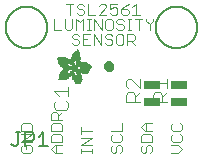
<source format=gbr>
G04 EAGLE Gerber RS-274X export*
G75*
%MOMM*%
%FSLAX34Y34*%
%LPD*%
%INSilkscreen Top*%
%IPPOS*%
%AMOC8*
5,1,8,0,0,1.08239X$1,22.5*%
G01*
%ADD10C,0.076200*%
%ADD11C,0.500000*%
%ADD12C,0.127000*%
%ADD13C,0.101600*%
%ADD14C,0.152400*%
%ADD15R,1.400000X0.650000*%
%ADD16R,0.063400X0.002600*%
%ADD17R,0.099000X0.002400*%
%ADD18R,0.124400X0.002600*%
%ADD19R,0.144800X0.002400*%
%ADD20R,0.162600X0.002400*%
%ADD21R,0.180200X0.002600*%
%ADD22R,0.193000X0.002400*%
%ADD23R,0.208200X0.002600*%
%ADD24R,0.221000X0.002400*%
%ADD25R,0.233600X0.002400*%
%ADD26R,0.246200X0.002600*%
%ADD27R,0.256600X0.002400*%
%ADD28R,0.266600X0.002600*%
%ADD29R,0.276800X0.002400*%
%ADD30R,0.287000X0.002400*%
%ADD31R,0.297200X0.002600*%
%ADD32R,0.304800X0.002400*%
%ADD33R,0.315000X0.002600*%
%ADD34R,0.322600X0.002400*%
%ADD35R,0.332800X0.002400*%
%ADD36R,0.340400X0.002600*%
%ADD37R,0.350400X0.002400*%
%ADD38R,0.355600X0.002600*%
%ADD39R,0.363200X0.002400*%
%ADD40R,0.370800X0.002400*%
%ADD41R,0.378400X0.002600*%
%ADD42R,0.386000X0.002400*%
%ADD43R,0.391000X0.002600*%
%ADD44R,0.398800X0.002400*%
%ADD45R,0.406400X0.002400*%
%ADD46R,0.411400X0.002600*%
%ADD47R,0.419000X0.002400*%
%ADD48R,0.426600X0.002600*%
%ADD49R,0.431800X0.002400*%
%ADD50R,0.436800X0.002400*%
%ADD51R,0.442000X0.002600*%
%ADD52R,0.447000X0.002400*%
%ADD53R,0.454600X0.002600*%
%ADD54R,0.459600X0.002400*%
%ADD55R,0.467400X0.002400*%
%ADD56R,0.469800X0.002600*%
%ADD57R,0.475000X0.002400*%
%ADD58R,0.482600X0.002600*%
%ADD59R,0.485000X0.002400*%
%ADD60R,0.490200X0.002400*%
%ADD61R,0.495200X0.002600*%
%ADD62R,0.503000X0.002400*%
%ADD63R,0.505400X0.002600*%
%ADD64R,0.510400X0.002400*%
%ADD65R,0.515600X0.002400*%
%ADD66R,0.518000X0.002600*%
%ADD67R,0.523200X0.002400*%
%ADD68R,0.525800X0.002600*%
%ADD69R,0.533400X0.002400*%
%ADD70R,0.538400X0.002400*%
%ADD71R,0.541000X0.002600*%
%ADD72R,0.546000X0.002400*%
%ADD73R,0.548600X0.002600*%
%ADD74R,0.553600X0.002400*%
%ADD75R,0.558800X0.002400*%
%ADD76R,0.561400X0.002600*%
%ADD77R,0.566400X0.002400*%
%ADD78R,0.568800X0.002600*%
%ADD79R,0.574000X0.002400*%
%ADD80R,0.576600X0.002400*%
%ADD81R,0.581600X0.002600*%
%ADD82R,0.584200X0.002400*%
%ADD83R,0.589200X0.002600*%
%ADD84R,0.591800X0.002400*%
%ADD85R,0.596800X0.002400*%
%ADD86R,0.599400X0.002600*%
%ADD87R,0.604400X0.002400*%
%ADD88R,0.604400X0.002600*%
%ADD89R,0.609600X0.002400*%
%ADD90R,0.612200X0.002400*%
%ADD91R,0.617200X0.002600*%
%ADD92R,0.619800X0.002400*%
%ADD93R,0.622200X0.002600*%
%ADD94R,0.627200X0.002400*%
%ADD95R,0.632400X0.002600*%
%ADD96R,0.635000X0.002400*%
%ADD97R,0.640000X0.002600*%
%ADD98R,0.642600X0.002400*%
%ADD99R,0.645000X0.002400*%
%ADD100R,0.647600X0.002600*%
%ADD101R,0.650200X0.002400*%
%ADD102R,0.655200X0.002600*%
%ADD103R,0.657800X0.002400*%
%ADD104R,0.662800X0.002600*%
%ADD105R,0.665400X0.002400*%
%ADD106R,0.668000X0.002600*%
%ADD107R,0.670600X0.002400*%
%ADD108R,0.673000X0.002400*%
%ADD109R,0.678200X0.002600*%
%ADD110R,0.680600X0.002400*%
%ADD111R,0.680600X0.002600*%
%ADD112R,0.685800X0.002400*%
%ADD113R,0.688400X0.002400*%
%ADD114R,0.688400X0.002600*%
%ADD115R,0.693400X0.002400*%
%ADD116R,0.696000X0.002600*%
%ADD117R,0.698400X0.002400*%
%ADD118R,0.703400X0.002600*%
%ADD119R,0.706000X0.002400*%
%ADD120R,0.706000X0.002600*%
%ADD121R,0.711200X0.002400*%
%ADD122R,0.713800X0.002400*%
%ADD123R,0.713800X0.002600*%
%ADD124R,0.716200X0.002400*%
%ADD125R,0.721200X0.002600*%
%ADD126R,0.721200X0.002400*%
%ADD127R,0.723800X0.002400*%
%ADD128R,0.723800X0.002600*%
%ADD129R,0.729000X0.002400*%
%ADD130R,0.731600X0.002600*%
%ADD131R,0.731600X0.002400*%
%ADD132R,0.734000X0.002400*%
%ADD133R,0.736600X0.002600*%
%ADD134R,0.739000X0.002400*%
%ADD135R,0.741600X0.002600*%
%ADD136R,0.741600X0.002400*%
%ADD137R,0.744200X0.002400*%
%ADD138R,0.746600X0.002600*%
%ADD139R,0.749200X0.002400*%
%ADD140R,0.751800X0.002600*%
%ADD141R,0.751800X0.002400*%
%ADD142R,0.754200X0.002400*%
%ADD143R,0.756800X0.002600*%
%ADD144R,0.759400X0.002400*%
%ADD145R,0.759400X0.002600*%
%ADD146R,0.762000X0.002400*%
%ADD147R,0.764600X0.002400*%
%ADD148R,0.764600X0.002600*%
%ADD149R,0.767000X0.002400*%
%ADD150R,0.769600X0.002600*%
%ADD151R,0.772000X0.002400*%
%ADD152R,0.774600X0.002600*%
%ADD153R,0.774600X0.002400*%
%ADD154R,0.777200X0.002600*%
%ADD155R,0.777200X0.002400*%
%ADD156R,0.205600X0.002400*%
%ADD157R,0.779800X0.002400*%
%ADD158R,0.309800X0.002600*%
%ADD159R,0.782400X0.002600*%
%ADD160R,0.381000X0.002400*%
%ADD161R,0.784800X0.002400*%
%ADD162R,0.409000X0.002600*%
%ADD163R,0.784800X0.002600*%
%ADD164R,0.787400X0.002400*%
%ADD165R,0.452000X0.002400*%
%ADD166R,0.790000X0.002600*%
%ADD167R,0.487600X0.002400*%
%ADD168R,0.790000X0.002400*%
%ADD169R,0.502800X0.002600*%
%ADD170R,0.792400X0.002600*%
%ADD171R,0.518000X0.002400*%
%ADD172R,0.792400X0.002400*%
%ADD173R,0.530800X0.002400*%
%ADD174R,0.795000X0.002400*%
%ADD175R,0.795000X0.002600*%
%ADD176R,0.797600X0.002400*%
%ADD177R,0.563800X0.002600*%
%ADD178R,0.797600X0.002600*%
%ADD179R,0.800000X0.002400*%
%ADD180R,0.586600X0.002400*%
%ADD181R,0.596800X0.002600*%
%ADD182R,0.802600X0.002600*%
%ADD183R,0.604600X0.002400*%
%ADD184R,0.805200X0.002400*%
%ADD185R,0.612200X0.002600*%
%ADD186R,0.807600X0.002600*%
%ADD187R,0.622200X0.002400*%
%ADD188R,0.807600X0.002400*%
%ADD189R,0.630000X0.002400*%
%ADD190R,0.810200X0.002400*%
%ADD191R,0.637600X0.002600*%
%ADD192R,0.810200X0.002600*%
%ADD193R,0.647600X0.002400*%
%ADD194R,0.812800X0.002400*%
%ADD195R,0.652800X0.002600*%
%ADD196R,0.812800X0.002600*%
%ADD197R,0.815200X0.002400*%
%ADD198R,0.673000X0.002600*%
%ADD199R,0.815200X0.002600*%
%ADD200R,0.817800X0.002400*%
%ADD201R,0.683200X0.002600*%
%ADD202R,0.817800X0.002600*%
%ADD203R,0.690800X0.002400*%
%ADD204R,0.820400X0.002400*%
%ADD205R,0.696000X0.002400*%
%ADD206R,0.703600X0.002600*%
%ADD207R,0.820400X0.002600*%
%ADD208R,0.708600X0.002400*%
%ADD209R,0.823000X0.002400*%
%ADD210R,0.728800X0.002600*%
%ADD211R,0.825400X0.002600*%
%ADD212R,0.825400X0.002400*%
%ADD213R,0.739000X0.002600*%
%ADD214R,0.828000X0.002600*%
%ADD215R,0.828000X0.002400*%
%ADD216R,0.749200X0.002600*%
%ADD217R,0.830600X0.002600*%
%ADD218R,0.754400X0.002400*%
%ADD219R,0.830600X0.002400*%
%ADD220R,0.833200X0.002600*%
%ADD221R,0.764400X0.002400*%
%ADD222R,0.833200X0.002400*%
%ADD223R,0.835600X0.002600*%
%ADD224R,0.833000X0.002400*%
%ADD225R,0.782400X0.002400*%
%ADD226R,0.835600X0.002400*%
%ADD227R,0.787400X0.002600*%
%ADD228R,0.838200X0.002600*%
%ADD229R,0.789800X0.002400*%
%ADD230R,0.838200X0.002400*%
%ADD231R,0.840600X0.002600*%
%ADD232R,0.797400X0.002400*%
%ADD233R,0.840600X0.002400*%
%ADD234R,0.805200X0.002600*%
%ADD235R,0.840800X0.002600*%
%ADD236R,0.840800X0.002400*%
%ADD237R,0.843200X0.002600*%
%ADD238R,0.843200X0.002400*%
%ADD239R,0.815400X0.002400*%
%ADD240R,0.845800X0.002600*%
%ADD241R,0.845800X0.002400*%
%ADD242R,0.830400X0.002600*%
%ADD243R,0.848200X0.002600*%
%ADD244R,0.848200X0.002400*%
%ADD245R,0.848400X0.002400*%
%ADD246R,0.848400X0.002600*%
%ADD247R,0.850800X0.002400*%
%ADD248R,0.853400X0.002600*%
%ADD249R,0.850800X0.002600*%
%ADD250R,0.856000X0.002400*%
%ADD251R,0.861000X0.002600*%
%ADD252R,0.863600X0.002400*%
%ADD253R,0.866000X0.002600*%
%ADD254R,0.868600X0.002400*%
%ADD255R,0.871200X0.002600*%
%ADD256R,0.873600X0.002400*%
%ADD257R,0.853400X0.002400*%
%ADD258R,0.876200X0.002400*%
%ADD259R,0.876200X0.002600*%
%ADD260R,0.881400X0.002400*%
%ADD261R,0.883800X0.002600*%
%ADD262R,0.886400X0.002400*%
%ADD263R,0.889000X0.002400*%
%ADD264R,0.891600X0.002600*%
%ADD265R,0.891400X0.002400*%
%ADD266R,0.894000X0.002600*%
%ADD267R,0.896600X0.002400*%
%ADD268R,0.899000X0.002400*%
%ADD269R,0.901600X0.002600*%
%ADD270R,0.856000X0.002600*%
%ADD271R,0.904200X0.002400*%
%ADD272R,0.904200X0.002600*%
%ADD273R,0.909200X0.002400*%
%ADD274R,0.911800X0.002400*%
%ADD275R,0.914400X0.002600*%
%ADD276R,0.916800X0.002400*%
%ADD277R,0.919400X0.002600*%
%ADD278R,0.919400X0.002400*%
%ADD279R,0.922000X0.002400*%
%ADD280R,0.924600X0.002600*%
%ADD281R,0.927000X0.002400*%
%ADD282R,0.929600X0.002600*%
%ADD283R,0.932200X0.002400*%
%ADD284R,0.934600X0.002600*%
%ADD285R,0.937200X0.002400*%
%ADD286R,0.939800X0.002600*%
%ADD287R,0.942200X0.002400*%
%ADD288R,0.942400X0.002400*%
%ADD289R,0.944800X0.002600*%
%ADD290R,0.947400X0.002400*%
%ADD291R,0.950000X0.002600*%
%ADD292R,0.952400X0.002400*%
%ADD293R,0.955000X0.002400*%
%ADD294R,0.952400X0.002600*%
%ADD295R,0.957400X0.002600*%
%ADD296R,0.365600X0.002600*%
%ADD297R,0.462200X0.002600*%
%ADD298R,0.960000X0.002400*%
%ADD299R,0.358000X0.002400*%
%ADD300R,0.454600X0.002400*%
%ADD301R,0.962600X0.002400*%
%ADD302R,0.353000X0.002400*%
%ADD303R,0.452200X0.002400*%
%ADD304R,0.965200X0.002600*%
%ADD305R,0.350400X0.002600*%
%ADD306R,0.447000X0.002600*%
%ADD307R,0.965200X0.002400*%
%ADD308R,0.348000X0.002400*%
%ADD309R,0.444400X0.002400*%
%ADD310R,0.967600X0.002600*%
%ADD311R,0.345400X0.002600*%
%ADD312R,0.439400X0.002600*%
%ADD313R,0.970200X0.002400*%
%ADD314R,0.342800X0.002400*%
%ADD315R,0.340200X0.002400*%
%ADD316R,0.972800X0.002600*%
%ADD317R,0.337800X0.002600*%
%ADD318R,0.429200X0.002600*%
%ADD319R,0.972800X0.002400*%
%ADD320R,0.335200X0.002400*%
%ADD321R,0.429200X0.002400*%
%ADD322R,0.975400X0.002600*%
%ADD323R,0.332600X0.002600*%
%ADD324R,0.424200X0.002600*%
%ADD325R,0.977800X0.002400*%
%ADD326R,0.424200X0.002400*%
%ADD327R,0.980400X0.002600*%
%ADD328R,0.330200X0.002600*%
%ADD329R,0.419000X0.002600*%
%ADD330R,0.980400X0.002400*%
%ADD331R,0.327600X0.002400*%
%ADD332R,0.414000X0.002400*%
%ADD333R,0.983000X0.002600*%
%ADD334R,0.327600X0.002600*%
%ADD335R,0.414000X0.002600*%
%ADD336R,0.983000X0.002400*%
%ADD337R,0.325000X0.002400*%
%ADD338R,0.985400X0.002400*%
%ADD339R,0.409000X0.002400*%
%ADD340R,0.988000X0.002600*%
%ADD341R,0.322600X0.002600*%
%ADD342R,0.322400X0.002400*%
%ADD343R,0.320000X0.002600*%
%ADD344R,0.403800X0.002600*%
%ADD345R,0.990600X0.002400*%
%ADD346R,0.317400X0.002400*%
%ADD347R,0.401200X0.002400*%
%ADD348R,0.990600X0.002600*%
%ADD349R,0.317400X0.002600*%
%ADD350R,0.398800X0.002600*%
%ADD351R,0.315000X0.002400*%
%ADD352R,0.396200X0.002400*%
%ADD353R,0.993000X0.002600*%
%ADD354R,0.393600X0.002600*%
%ADD355R,0.993000X0.002400*%
%ADD356R,0.312400X0.002400*%
%ADD357R,0.393600X0.002400*%
%ADD358R,0.312400X0.002600*%
%ADD359R,0.391200X0.002600*%
%ADD360R,0.309800X0.002400*%
%ADD361R,0.388600X0.002400*%
%ADD362R,1.305600X0.002600*%
%ADD363R,0.386000X0.002600*%
%ADD364R,1.300400X0.002400*%
%ADD365R,1.298000X0.002400*%
%ADD366R,0.383400X0.002400*%
%ADD367R,1.298000X0.002600*%
%ADD368R,0.383400X0.002600*%
%ADD369R,1.295400X0.002400*%
%ADD370R,1.292800X0.002600*%
%ADD371R,0.381000X0.002600*%
%ADD372R,1.290200X0.002400*%
%ADD373R,0.378400X0.002400*%
%ADD374R,1.285200X0.002600*%
%ADD375R,1.285200X0.002400*%
%ADD376R,0.373400X0.002400*%
%ADD377R,1.282600X0.002600*%
%ADD378R,0.373400X0.002600*%
%ADD379R,1.282600X0.002400*%
%ADD380R,1.277600X0.002400*%
%ADD381R,1.277600X0.002600*%
%ADD382R,0.368200X0.002600*%
%ADD383R,1.275000X0.002400*%
%ADD384R,0.368200X0.002400*%
%ADD385R,1.272400X0.002600*%
%ADD386R,0.365800X0.002600*%
%ADD387R,1.270000X0.002400*%
%ADD388R,0.365800X0.002400*%
%ADD389R,1.265000X0.002600*%
%ADD390R,0.363200X0.002600*%
%ADD391R,1.265000X0.002400*%
%ADD392R,1.262400X0.002600*%
%ADD393R,0.360600X0.002600*%
%ADD394R,1.259800X0.002400*%
%ADD395R,0.360600X0.002400*%
%ADD396R,1.257200X0.002400*%
%ADD397R,1.257200X0.002600*%
%ADD398R,0.358000X0.002600*%
%ADD399R,1.254800X0.002400*%
%ADD400R,0.355600X0.002400*%
%ADD401R,1.252200X0.002600*%
%ADD402R,1.252200X0.002400*%
%ADD403R,1.247000X0.002400*%
%ADD404R,1.247000X0.002600*%
%ADD405R,0.353000X0.002600*%
%ADD406R,1.242000X0.002600*%
%ADD407R,1.242000X0.002400*%
%ADD408R,1.239400X0.002400*%
%ADD409R,1.237000X0.002600*%
%ADD410R,0.347800X0.002600*%
%ADD411R,1.237000X0.002400*%
%ADD412R,0.347800X0.002400*%
%ADD413R,1.231800X0.002600*%
%ADD414R,1.231800X0.002400*%
%ADD415R,0.345400X0.002400*%
%ADD416R,1.226800X0.002600*%
%ADD417R,1.226800X0.002400*%
%ADD418R,1.224200X0.002600*%
%ADD419R,0.342800X0.002600*%
%ADD420R,1.221600X0.002400*%
%ADD421R,0.340400X0.002400*%
%ADD422R,1.219200X0.002600*%
%ADD423R,1.216600X0.002400*%
%ADD424R,0.337800X0.002400*%
%ADD425R,1.214200X0.002600*%
%ADD426R,1.214200X0.002400*%
%ADD427R,1.209000X0.002400*%
%ADD428R,1.209000X0.002600*%
%ADD429R,0.335200X0.002600*%
%ADD430R,1.206400X0.002600*%
%ADD431R,0.652800X0.002400*%
%ADD432R,0.083800X0.002400*%
%ADD433R,0.505400X0.002400*%
%ADD434R,0.134600X0.002400*%
%ADD435R,0.497800X0.002600*%
%ADD436R,0.332800X0.002600*%
%ADD437R,0.167600X0.002600*%
%ADD438R,0.632400X0.002400*%
%ADD439R,0.330200X0.002400*%
%ADD440R,0.195400X0.002400*%
%ADD441R,0.629800X0.002600*%
%ADD442R,0.223400X0.002600*%
%ADD443R,0.624800X0.002400*%
%ADD444R,0.474800X0.002400*%
%ADD445R,0.246400X0.002400*%
%ADD446R,0.469800X0.002400*%
%ADD447R,0.264000X0.002400*%
%ADD448R,0.619600X0.002600*%
%ADD449R,0.284400X0.002600*%
%ADD450R,0.617200X0.002400*%
%ADD451R,0.457200X0.002400*%
%ADD452R,0.302200X0.002400*%
%ADD453R,0.614600X0.002600*%
%ADD454R,0.452000X0.002600*%
%ADD455R,0.325000X0.002600*%
%ADD456R,0.439400X0.002400*%
%ADD457R,0.609600X0.002600*%
%ADD458R,0.434400X0.002600*%
%ADD459R,0.322400X0.002600*%
%ADD460R,0.602000X0.002400*%
%ADD461R,0.416400X0.002400*%
%ADD462R,0.599400X0.002400*%
%ADD463R,0.408800X0.002400*%
%ADD464R,0.320000X0.002400*%
%ADD465R,0.441800X0.002400*%
%ADD466R,0.401200X0.002600*%
%ADD467R,0.464800X0.002400*%
%ADD468R,0.594200X0.002400*%
%ADD469R,0.591800X0.002600*%
%ADD470R,0.487600X0.002600*%
%ADD471R,0.594400X0.002400*%
%ADD472R,0.495200X0.002400*%
%ADD473R,0.508000X0.002600*%
%ADD474R,0.518200X0.002400*%
%ADD475R,0.589200X0.002400*%
%ADD476R,0.375800X0.002400*%
%ADD477R,0.528400X0.002400*%
%ADD478R,0.370800X0.002600*%
%ADD479R,0.538400X0.002600*%
%ADD480R,0.586600X0.002600*%
%ADD481R,0.556200X0.002600*%
%ADD482R,0.314800X0.002400*%
%ADD483R,0.586800X0.002600*%
%ADD484R,0.584200X0.002600*%
%ADD485R,0.602000X0.002600*%
%ADD486R,0.581600X0.002400*%
%ADD487R,0.619600X0.002400*%
%ADD488R,0.627400X0.002600*%
%ADD489R,0.307200X0.002600*%
%ADD490R,0.642600X0.002600*%
%ADD491R,0.579200X0.002400*%
%ADD492R,0.307400X0.002400*%
%ADD493R,0.579000X0.002600*%
%ADD494R,0.307400X0.002600*%
%ADD495R,0.665400X0.002600*%
%ADD496R,0.307200X0.002400*%
%ADD497R,0.314800X0.002600*%
%ADD498R,0.304800X0.002600*%
%ADD499R,0.576400X0.002400*%
%ADD500R,0.576600X0.002600*%
%ADD501R,0.713600X0.002400*%
%ADD502R,0.574000X0.002600*%
%ADD503R,0.302200X0.002600*%
%ADD504R,0.721400X0.002600*%
%ADD505R,0.299600X0.002400*%
%ADD506R,0.297200X0.002400*%
%ADD507R,0.736600X0.002400*%
%ADD508R,0.292000X0.002600*%
%ADD509R,0.289600X0.002400*%
%ADD510R,0.746800X0.002400*%
%ADD511R,0.571400X0.002600*%
%ADD512R,0.287000X0.002600*%
%ADD513R,0.299800X0.002600*%
%ADD514R,0.754400X0.002600*%
%ADD515R,0.284400X0.002400*%
%ADD516R,1.061800X0.002400*%
%ADD517R,0.571400X0.002400*%
%ADD518R,0.282000X0.002400*%
%ADD519R,1.066800X0.002400*%
%ADD520R,0.279400X0.002600*%
%ADD521R,1.066800X0.002600*%
%ADD522R,1.071800X0.002400*%
%ADD523R,0.274200X0.002600*%
%ADD524R,1.074400X0.002600*%
%ADD525R,0.274200X0.002400*%
%ADD526R,1.076800X0.002400*%
%ADD527R,0.569000X0.002400*%
%ADD528R,0.271800X0.002400*%
%ADD529R,1.079400X0.002400*%
%ADD530R,0.269200X0.002600*%
%ADD531R,1.082000X0.002600*%
%ADD532R,0.266600X0.002400*%
%ADD533R,1.087000X0.002400*%
%ADD534R,0.569000X0.002600*%
%ADD535R,0.264200X0.002600*%
%ADD536R,1.087000X0.002600*%
%ADD537R,0.568800X0.002400*%
%ADD538R,0.261600X0.002400*%
%ADD539R,1.092200X0.002400*%
%ADD540R,0.259000X0.002400*%
%ADD541R,1.094800X0.002400*%
%ADD542R,0.566400X0.002600*%
%ADD543R,0.256600X0.002600*%
%ADD544R,1.097200X0.002600*%
%ADD545R,1.099800X0.002400*%
%ADD546R,0.254000X0.002600*%
%ADD547R,1.104800X0.002600*%
%ADD548R,0.251400X0.002400*%
%ADD549R,1.104800X0.002400*%
%ADD550R,0.248800X0.002400*%
%ADD551R,1.110000X0.002400*%
%ADD552R,0.246400X0.002600*%
%ADD553R,1.112400X0.002600*%
%ADD554R,1.115000X0.002400*%
%ADD555R,1.117600X0.002600*%
%ADD556R,0.563800X0.002400*%
%ADD557R,0.243800X0.002400*%
%ADD558R,1.122600X0.002400*%
%ADD559R,0.241200X0.002400*%
%ADD560R,0.241200X0.002600*%
%ADD561R,1.127800X0.002600*%
%ADD562R,0.238600X0.002400*%
%ADD563R,1.130200X0.002400*%
%ADD564R,0.236200X0.002600*%
%ADD565R,1.132800X0.002600*%
%ADD566R,0.561400X0.002400*%
%ADD567R,1.137800X0.002400*%
%ADD568R,0.561200X0.002400*%
%ADD569R,0.561200X0.002600*%
%ADD570R,0.233600X0.002600*%
%ADD571R,1.143000X0.002600*%
%ADD572R,0.231200X0.002400*%
%ADD573R,1.145600X0.002400*%
%ADD574R,0.231200X0.002600*%
%ADD575R,1.148000X0.002600*%
%ADD576R,0.228600X0.002400*%
%ADD577R,1.153200X0.002400*%
%ADD578R,0.226000X0.002400*%
%ADD579R,0.558800X0.002600*%
%ADD580R,0.228600X0.002600*%
%ADD581R,1.158200X0.002600*%
%ADD582R,1.160800X0.002400*%
%ADD583R,1.165800X0.002600*%
%ADD584R,0.223400X0.002400*%
%ADD585R,1.168400X0.002400*%
%ADD586R,1.171000X0.002400*%
%ADD587R,1.176000X0.002600*%
%ADD588R,0.220800X0.002400*%
%ADD589R,1.176000X0.002400*%
%ADD590R,0.221000X0.002600*%
%ADD591R,1.181000X0.002600*%
%ADD592R,1.186200X0.002400*%
%ADD593R,0.218400X0.002400*%
%ADD594R,1.188600X0.002400*%
%ADD595R,1.193800X0.002600*%
%ADD596R,1.196200X0.002400*%
%ADD597R,1.201400X0.002600*%
%ADD598R,0.556200X0.002400*%
%ADD599R,1.206400X0.002400*%
%ADD600R,0.218400X0.002600*%
%ADD601R,1.221600X0.002600*%
%ADD602R,0.553800X0.002400*%
%ADD603R,0.223600X0.002400*%
%ADD604R,0.553600X0.002600*%
%ADD605R,0.226000X0.002600*%
%ADD606R,0.551200X0.002600*%
%ADD607R,0.231000X0.002600*%
%ADD608R,1.249600X0.002600*%
%ADD609R,0.551200X0.002400*%
%ADD610R,0.236200X0.002400*%
%ADD611R,1.513800X0.002400*%
%ADD612R,1.513800X0.002600*%
%ADD613R,0.551000X0.002400*%
%ADD614R,1.516200X0.002600*%
%ADD615R,1.516400X0.002400*%
%ADD616R,0.551000X0.002600*%
%ADD617R,1.518800X0.002600*%
%ADD618R,1.519000X0.002400*%
%ADD619R,1.519000X0.002600*%
%ADD620R,1.521400X0.002400*%
%ADD621R,1.521400X0.002600*%
%ADD622R,1.524000X0.002400*%
%ADD623R,1.524000X0.002600*%
%ADD624R,1.526400X0.002400*%
%ADD625R,1.526600X0.002600*%
%ADD626R,1.529000X0.002400*%
%ADD627R,1.529000X0.002600*%
%ADD628R,1.531600X0.002400*%
%ADD629R,1.534200X0.002600*%
%ADD630R,1.536600X0.002400*%
%ADD631R,1.539200X0.002600*%
%ADD632R,1.541800X0.002400*%
%ADD633R,1.544200X0.002600*%
%ADD634R,1.549400X0.002400*%
%ADD635R,1.549400X0.002600*%
%ADD636R,1.554400X0.002400*%
%ADD637R,1.557000X0.002400*%
%ADD638R,0.594400X0.002600*%
%ADD639R,1.559400X0.002600*%
%ADD640R,1.564600X0.002400*%
%ADD641R,0.604600X0.002600*%
%ADD642R,1.567200X0.002600*%
%ADD643R,1.572200X0.002400*%
%ADD644R,0.614600X0.002400*%
%ADD645R,1.577200X0.002400*%
%ADD646R,0.525800X0.002400*%
%ADD647R,0.906800X0.002400*%
%ADD648R,1.168400X0.002600*%
%ADD649R,0.889000X0.002600*%
%ADD650R,1.155600X0.002400*%
%ADD651R,1.143000X0.002400*%
%ADD652R,0.866200X0.002400*%
%ADD653R,1.130200X0.002600*%
%ADD654R,1.120000X0.002400*%
%ADD655R,1.110000X0.002600*%
%ADD656R,1.084600X0.002600*%
%ADD657R,1.071800X0.002600*%
%ADD658R,1.064200X0.002400*%
%ADD659R,0.807800X0.002400*%
%ADD660R,1.059200X0.002400*%
%ADD661R,0.802600X0.002400*%
%ADD662R,1.054000X0.002600*%
%ADD663R,0.800000X0.002600*%
%ADD664R,1.049000X0.002400*%
%ADD665R,1.046400X0.002600*%
%ADD666R,1.041400X0.002400*%
%ADD667R,1.038800X0.002400*%
%ADD668R,1.033800X0.002600*%
%ADD669R,1.031200X0.002400*%
%ADD670R,1.028600X0.002600*%
%ADD671R,1.026000X0.002400*%
%ADD672R,0.782200X0.002400*%
%ADD673R,1.026200X0.002400*%
%ADD674R,1.023600X0.002600*%
%ADD675R,0.782200X0.002600*%
%ADD676R,1.021000X0.002400*%
%ADD677R,1.021000X0.002600*%
%ADD678R,1.018400X0.002400*%
%ADD679R,1.018400X0.002600*%
%ADD680R,1.023600X0.002400*%
%ADD681R,1.026200X0.002600*%
%ADD682R,1.028600X0.002400*%
%ADD683R,1.033600X0.002600*%
%ADD684R,0.797400X0.002600*%
%ADD685R,1.033600X0.002400*%
%ADD686R,1.036200X0.002600*%
%ADD687R,1.046400X0.002400*%
%ADD688R,1.049000X0.002600*%
%ADD689R,1.054000X0.002400*%
%ADD690R,1.056600X0.002600*%
%ADD691R,1.061600X0.002400*%
%ADD692R,0.822800X0.002400*%
%ADD693R,1.097200X0.002400*%
%ADD694R,0.858400X0.002600*%
%ADD695R,1.122600X0.002600*%
%ADD696R,0.878800X0.002400*%
%ADD697R,1.140400X0.002400*%
%ADD698R,0.883800X0.002400*%
%ADD699R,0.901600X0.002400*%
%ADD700R,1.170800X0.002600*%
%ADD701R,0.909200X0.002600*%
%ADD702R,1.181000X0.002400*%
%ADD703R,1.196400X0.002400*%
%ADD704R,0.929600X0.002400*%
%ADD705R,1.221800X0.002400*%
%ADD706R,0.949800X0.002400*%
%ADD707R,0.962600X0.002600*%
%ADD708R,0.975400X0.002400*%
%ADD709R,1.272400X0.002400*%
%ADD710R,1.290400X0.002600*%
%ADD711R,1.008200X0.002600*%
%ADD712R,1.318200X0.002400*%
%ADD713R,1.361400X0.002600*%
%ADD714R,2.491600X0.002400*%
%ADD715R,2.494200X0.002400*%
%ADD716R,2.499400X0.002600*%
%ADD717R,2.501800X0.002400*%
%ADD718R,2.504400X0.002600*%
%ADD719R,2.509400X0.002400*%
%ADD720R,2.512000X0.002400*%
%ADD721R,2.517200X0.002600*%
%ADD722R,2.519600X0.002400*%
%ADD723R,2.524800X0.002600*%
%ADD724R,2.527200X0.002400*%
%ADD725R,2.529800X0.002400*%
%ADD726R,2.535000X0.002600*%
%ADD727R,1.673800X0.002400*%
%ADD728R,1.661200X0.002600*%
%ADD729R,1.653400X0.002400*%
%ADD730R,1.645800X0.002400*%
%ADD731R,1.638200X0.002600*%
%ADD732R,1.635800X0.002400*%
%ADD733R,0.779800X0.002600*%
%ADD734R,1.630600X0.002600*%
%ADD735R,1.625600X0.002400*%
%ADD736R,0.772200X0.002400*%
%ADD737R,1.620400X0.002400*%
%ADD738R,1.618000X0.002600*%
%ADD739R,1.612800X0.002400*%
%ADD740R,0.764400X0.002600*%
%ADD741R,1.610200X0.002600*%
%ADD742R,1.607800X0.002400*%
%ADD743R,1.602600X0.002400*%
%ADD744R,0.757000X0.002600*%
%ADD745R,1.600200X0.002600*%
%ADD746R,1.597600X0.002400*%
%ADD747R,1.595000X0.002600*%
%ADD748R,1.592600X0.002400*%
%ADD749R,1.590000X0.002400*%
%ADD750R,0.746800X0.002600*%
%ADD751R,1.587400X0.002600*%
%ADD752R,1.585000X0.002400*%
%ADD753R,0.744200X0.002600*%
%ADD754R,1.582400X0.002600*%
%ADD755R,1.579800X0.002400*%
%ADD756R,1.577200X0.002600*%
%ADD757R,1.574800X0.002400*%
%ADD758R,0.734000X0.002600*%
%ADD759R,1.574800X0.002600*%
%ADD760R,1.338600X0.002400*%
%ADD761R,0.731400X0.002400*%
%ADD762R,1.323200X0.002400*%
%ADD763R,0.731400X0.002600*%
%ADD764R,0.213200X0.002600*%
%ADD765R,1.315600X0.002600*%
%ADD766R,0.210800X0.002400*%
%ADD767R,1.308000X0.002400*%
%ADD768R,0.726400X0.002600*%
%ADD769R,0.210800X0.002600*%
%ADD770R,1.300400X0.002600*%
%ADD771R,0.721400X0.002400*%
%ADD772R,0.208200X0.002400*%
%ADD773R,0.718800X0.002400*%
%ADD774R,0.716200X0.002600*%
%ADD775R,1.267400X0.002400*%
%ADD776R,0.713600X0.002600*%
%ADD777R,1.254800X0.002600*%
%ADD778R,1.249600X0.002400*%
%ADD779R,0.711200X0.002600*%
%ADD780R,1.244600X0.002600*%
%ADD781R,0.706200X0.002400*%
%ADD782R,0.213400X0.002400*%
%ADD783R,0.213200X0.002400*%
%ADD784R,0.215800X0.002600*%
%ADD785R,1.221800X0.002600*%
%ADD786R,0.701000X0.002400*%
%ADD787R,0.215800X0.002400*%
%ADD788R,1.219200X0.002400*%
%ADD789R,1.214000X0.002400*%
%ADD790R,0.701000X0.002600*%
%ADD791R,0.223600X0.002600*%
%ADD792R,1.198800X0.002600*%
%ADD793R,0.695800X0.002400*%
%ADD794R,1.193800X0.002400*%
%ADD795R,1.188800X0.002400*%
%ADD796R,0.695800X0.002600*%
%ADD797R,1.186200X0.002600*%
%ADD798R,0.690800X0.002600*%
%ADD799R,1.178400X0.002600*%
%ADD800R,0.238800X0.002400*%
%ADD801R,1.173400X0.002400*%
%ADD802R,0.688200X0.002400*%
%ADD803R,0.688200X0.002600*%
%ADD804R,1.163200X0.002600*%
%ADD805R,1.158200X0.002400*%
%ADD806R,0.685800X0.002600*%
%ADD807R,1.155600X0.002600*%
%ADD808R,1.150600X0.002400*%
%ADD809R,0.683200X0.002400*%
%ADD810R,1.145400X0.002400*%
%ADD811R,0.256400X0.002400*%
%ADD812R,1.135400X0.002400*%
%ADD813R,0.261600X0.002600*%
%ADD814R,1.127600X0.002400*%
%ADD815R,1.125200X0.002400*%
%ADD816R,1.120000X0.002600*%
%ADD817R,0.678200X0.002400*%
%ADD818R,1.107400X0.002400*%
%ADD819R,0.675600X0.002400*%
%ADD820R,1.102200X0.002400*%
%ADD821R,1.099800X0.002600*%
%ADD822R,0.675600X0.002600*%
%ADD823R,1.089600X0.002600*%
%ADD824R,0.294600X0.002400*%
%ADD825R,1.084400X0.002400*%
%ADD826R,1.082000X0.002400*%
%ADD827R,1.076800X0.002600*%
%ADD828R,1.069200X0.002600*%
%ADD829R,1.051400X0.002400*%
%ADD830R,0.670400X0.002400*%
%ADD831R,0.670600X0.002600*%
%ADD832R,1.031200X0.002600*%
%ADD833R,0.670400X0.002600*%
%ADD834R,1.016000X0.002400*%
%ADD835R,1.010800X0.002600*%
%ADD836R,0.376000X0.002400*%
%ADD837R,1.005800X0.002400*%
%ADD838R,1.000800X0.002600*%
%ADD839R,0.998200X0.002400*%
%ADD840R,0.391200X0.002400*%
%ADD841R,0.396200X0.002600*%
%ADD842R,0.401400X0.002400*%
%ADD843R,0.406400X0.002600*%
%ADD844R,0.977800X0.002600*%
%ADD845R,0.421600X0.002400*%
%ADD846R,0.955000X0.002600*%
%ADD847R,0.950000X0.002400*%
%ADD848R,0.944800X0.002400*%
%ADD849R,0.942200X0.002600*%
%ADD850R,0.467200X0.002400*%
%ADD851R,0.477400X0.002600*%
%ADD852R,0.530800X0.002600*%
%ADD853R,0.906800X0.002600*%
%ADD854R,1.325800X0.002400*%
%ADD855R,0.894000X0.002400*%
%ADD856R,1.325800X0.002600*%
%ADD857R,1.328400X0.002400*%
%ADD858R,1.328400X0.002600*%
%ADD859R,0.881400X0.002600*%
%ADD860R,1.333400X0.002400*%
%ADD861R,1.333400X0.002600*%
%ADD862R,0.863600X0.002600*%
%ADD863R,0.858400X0.002400*%
%ADD864R,1.336000X0.002600*%
%ADD865R,1.338600X0.002600*%
%ADD866R,0.833000X0.002600*%
%ADD867R,1.343600X0.002400*%
%ADD868R,1.343600X0.002600*%
%ADD869R,0.365600X0.002400*%
%ADD870R,1.346200X0.002400*%
%ADD871R,1.348800X0.002600*%
%ADD872R,1.348800X0.002400*%
%ADD873R,1.351200X0.002600*%
%ADD874R,1.351200X0.002400*%
%ADD875R,0.269200X0.002400*%
%ADD876R,1.353800X0.002400*%
%ADD877R,0.249000X0.002400*%
%ADD878R,1.353800X0.002600*%
%ADD879R,0.340200X0.002600*%
%ADD880R,1.356200X0.002400*%
%ADD881R,1.358800X0.002600*%
%ADD882R,0.198200X0.002600*%
%ADD883R,1.358800X0.002400*%
%ADD884R,0.180200X0.002400*%
%ADD885R,0.157400X0.002400*%
%ADD886R,0.132000X0.002600*%
%ADD887R,1.364000X0.002400*%
%ADD888R,0.101600X0.002400*%
%ADD889R,1.364000X0.002600*%
%ADD890R,0.050800X0.002600*%
%ADD891R,1.369000X0.002400*%
%ADD892R,1.369000X0.002600*%
%ADD893R,1.371600X0.002600*%
%ADD894R,1.374200X0.002400*%
%ADD895R,1.376600X0.002600*%
%ADD896R,1.376600X0.002400*%
%ADD897R,1.379200X0.002600*%
%ADD898R,1.381800X0.002400*%
%ADD899R,1.381800X0.002600*%
%ADD900R,1.386800X0.002400*%
%ADD901R,1.386800X0.002600*%
%ADD902R,0.294600X0.002600*%
%ADD903R,1.389200X0.002400*%
%ADD904R,1.389200X0.002600*%
%ADD905R,1.394400X0.002400*%
%ADD906R,0.292000X0.002400*%
%ADD907R,1.394400X0.002600*%
%ADD908R,1.397000X0.002400*%
%ADD909R,1.397000X0.002600*%
%ADD910R,1.402000X0.002400*%
%ADD911R,1.402000X0.002600*%
%ADD912R,0.289600X0.002600*%
%ADD913R,1.404600X0.002400*%
%ADD914R,1.407000X0.002600*%
%ADD915R,1.409600X0.002400*%
%ADD916R,1.412200X0.002600*%
%ADD917R,1.412200X0.002400*%
%ADD918R,1.414800X0.002600*%
%ADD919R,1.417200X0.002400*%
%ADD920R,1.419800X0.002600*%
%ADD921R,1.419800X0.002400*%
%ADD922R,1.422400X0.002400*%
%ADD923R,1.424800X0.002600*%
%ADD924R,1.424800X0.002400*%
%ADD925R,1.051400X0.002600*%
%ADD926R,0.375800X0.002600*%
%ADD927R,1.044000X0.002400*%
%ADD928R,0.383600X0.002400*%
%ADD929R,1.041400X0.002600*%
%ADD930R,0.299600X0.002600*%
%ADD931R,1.038800X0.002600*%
%ADD932R,0.388600X0.002600*%
%ADD933R,1.036200X0.002400*%
%ADD934R,0.398600X0.002600*%
%ADD935R,0.398600X0.002400*%
%ADD936R,1.018600X0.002600*%
%ADD937R,0.403800X0.002400*%
%ADD938R,1.013400X0.002600*%
%ADD939R,1.008400X0.002400*%
%ADD940R,0.411400X0.002400*%
%ADD941R,1.005800X0.002600*%
%ADD942R,1.003200X0.002400*%
%ADD943R,0.421600X0.002600*%
%ADD944R,0.426800X0.002400*%
%ADD945R,0.995600X0.002400*%
%ADD946R,0.441800X0.002600*%
%ADD947R,0.988000X0.002400*%
%ADD948R,0.985400X0.002600*%
%ADD949R,0.975200X0.002400*%
%ADD950R,0.970200X0.002600*%
%ADD951R,0.967600X0.002400*%
%ADD952R,0.960000X0.002600*%
%ADD953R,0.805000X0.002600*%
%ADD954R,0.957400X0.002400*%
%ADD955R,0.947400X0.002600*%
%ADD956R,0.934600X0.002400*%
%ADD957R,0.927000X0.002600*%
%ADD958R,0.924600X0.002400*%
%ADD959R,0.917000X0.002400*%
%ADD960R,0.891400X0.002600*%
%ADD961R,0.861000X0.002400*%
%ADD962R,0.789800X0.002600*%
%ADD963R,0.772200X0.002600*%
%ADD964R,0.772000X0.002600*%
%ADD965R,0.726400X0.002400*%
%ADD966R,0.769600X0.002400*%
%ADD967R,0.718800X0.002600*%
%ADD968R,0.767000X0.002600*%
%ADD969R,0.660400X0.002400*%
%ADD970R,0.650200X0.002600*%
%ADD971R,0.637400X0.002400*%
%ADD972R,0.607000X0.002400*%
%ADD973R,0.535800X0.002400*%
%ADD974R,0.756800X0.002400*%
%ADD975R,0.061000X0.002400*%
%ADD976R,0.746600X0.002400*%
%ADD977R,0.729000X0.002600*%
%ADD978R,0.703600X0.002400*%
%ADD979R,0.698400X0.002600*%
%ADD980R,0.693400X0.002600*%
%ADD981R,0.680800X0.002400*%
%ADD982R,0.680800X0.002600*%
%ADD983R,0.668000X0.002400*%
%ADD984R,0.663000X0.002400*%
%ADD985R,0.663000X0.002600*%
%ADD986R,0.655200X0.002400*%
%ADD987R,0.652600X0.002600*%
%ADD988R,0.652600X0.002400*%
%ADD989R,0.645200X0.002400*%
%ADD990R,0.645200X0.002600*%
%ADD991R,0.640000X0.002400*%
%ADD992R,0.635000X0.002600*%
%ADD993R,0.629800X0.002400*%
%ADD994R,0.627400X0.002400*%
%ADD995R,0.612000X0.002600*%
%ADD996R,0.612000X0.002400*%
%ADD997R,0.607000X0.002600*%
%ADD998R,0.553800X0.002600*%
%ADD999R,0.546000X0.002600*%
%ADD1000R,0.543400X0.002400*%
%ADD1001R,0.543400X0.002600*%
%ADD1002R,0.536000X0.002400*%
%ADD1003R,0.536000X0.002600*%
%ADD1004R,0.528200X0.002600*%
%ADD1005R,0.525600X0.002400*%
%ADD1006R,0.520600X0.002600*%
%ADD1007R,0.515600X0.002600*%
%ADD1008R,0.510600X0.002400*%
%ADD1009R,0.502800X0.002400*%
%ADD1010R,0.500400X0.002600*%
%ADD1011R,0.497800X0.002400*%
%ADD1012R,0.492800X0.002400*%
%ADD1013R,0.492800X0.002600*%
%ADD1014R,0.485000X0.002600*%
%ADD1015R,0.482600X0.002400*%
%ADD1016R,0.480000X0.002400*%
%ADD1017R,0.475000X0.002600*%
%ADD1018R,0.472400X0.002400*%
%ADD1019R,0.444400X0.002600*%
%ADD1020R,0.442000X0.002400*%
%ADD1021R,0.436800X0.002600*%
%ADD1022R,0.434200X0.002400*%
%ADD1023R,0.416600X0.002400*%
%ADD1024R,0.358200X0.002400*%
%ADD1025R,0.289400X0.002400*%
%ADD1026R,0.276800X0.002600*%
%ADD1027R,0.256400X0.002600*%
%ADD1028R,0.254000X0.002400*%
%ADD1029R,0.243800X0.002600*%
%ADD1030R,0.231000X0.002400*%
%ADD1031R,0.203200X0.002400*%
%ADD1032R,0.200600X0.002600*%
%ADD1033R,0.195600X0.002400*%
%ADD1034R,0.193000X0.002600*%
%ADD1035R,0.188000X0.002400*%
%ADD1036R,0.182800X0.002400*%
%ADD1037R,0.172600X0.002400*%
%ADD1038R,0.170200X0.002600*%
%ADD1039R,0.167600X0.002400*%
%ADD1040R,0.160000X0.002400*%
%ADD1041R,0.157400X0.002600*%
%ADD1042R,0.152400X0.002400*%
%ADD1043R,0.149800X0.002600*%
%ADD1044R,0.139600X0.002400*%
%ADD1045R,0.137200X0.002600*%
%ADD1046R,0.129400X0.002400*%
%ADD1047R,0.127000X0.002600*%
%ADD1048R,0.124400X0.002400*%
%ADD1049R,0.119400X0.002400*%
%ADD1050R,0.114200X0.002600*%
%ADD1051R,0.109200X0.002400*%
%ADD1052R,0.106600X0.002600*%
%ADD1053R,0.096400X0.002400*%
%ADD1054R,0.094000X0.002600*%
%ADD1055R,0.088800X0.002400*%
%ADD1056R,0.083800X0.002600*%
%ADD1057R,0.078600X0.002400*%
%ADD1058R,0.076200X0.002400*%
%ADD1059R,0.073600X0.002600*%
%ADD1060R,0.066000X0.002400*%
%ADD1061R,0.058400X0.002400*%
%ADD1062R,0.055800X0.002400*%
%ADD1063R,0.048200X0.002600*%
%ADD1064R,0.045600X0.002400*%
%ADD1065R,0.043200X0.002600*%
%ADD1066R,0.038000X0.002400*%
%ADD1067R,0.035600X0.002400*%
%ADD1068R,0.027800X0.002600*%
%ADD1069R,0.025400X0.002400*%
%ADD1070R,0.020200X0.002600*%
%ADD1071R,0.017800X0.002400*%
%ADD1072R,0.015200X0.002400*%
%ADD1073R,0.010000X0.002600*%
%ADD1074R,0.007600X0.002400*%


D10*
X22261Y44752D02*
X20693Y43184D01*
X20693Y40049D01*
X22261Y38481D01*
X28531Y38481D01*
X30099Y40049D01*
X30099Y43184D01*
X28531Y44752D01*
X25396Y44752D01*
X25396Y41616D01*
X30099Y47836D02*
X20693Y47836D01*
X30099Y54107D01*
X20693Y54107D01*
X20693Y57191D02*
X30099Y57191D01*
X30099Y61894D01*
X28531Y63462D01*
X22261Y63462D01*
X20693Y61894D01*
X20693Y57191D01*
X49228Y38481D02*
X55499Y38481D01*
X49228Y38481D02*
X46093Y41616D01*
X49228Y44752D01*
X55499Y44752D01*
X50796Y44752D02*
X50796Y38481D01*
X46093Y47836D02*
X55499Y47836D01*
X55499Y52539D01*
X53931Y54107D01*
X47661Y54107D01*
X46093Y52539D01*
X46093Y47836D01*
X46093Y57191D02*
X55499Y57191D01*
X55499Y61894D01*
X53931Y63462D01*
X47661Y63462D01*
X46093Y61894D01*
X46093Y57191D01*
X46093Y66547D02*
X55499Y66547D01*
X46093Y66547D02*
X46093Y71250D01*
X47661Y72817D01*
X50796Y72817D01*
X52364Y71250D01*
X52364Y66547D01*
X52364Y69682D02*
X55499Y72817D01*
X80899Y41616D02*
X80899Y38481D01*
X80899Y40049D02*
X71493Y40049D01*
X71493Y41616D02*
X71493Y38481D01*
X71493Y44718D02*
X80899Y44718D01*
X80899Y50988D02*
X71493Y44718D01*
X71493Y50988D02*
X80899Y50988D01*
X80899Y57208D02*
X71493Y57208D01*
X71493Y54073D02*
X71493Y60344D01*
X96893Y43184D02*
X98461Y44752D01*
X96893Y43184D02*
X96893Y40049D01*
X98461Y38481D01*
X100028Y38481D01*
X101596Y40049D01*
X101596Y43184D01*
X103164Y44752D01*
X104731Y44752D01*
X106299Y43184D01*
X106299Y40049D01*
X104731Y38481D01*
X96893Y52539D02*
X98461Y54107D01*
X96893Y52539D02*
X96893Y49404D01*
X98461Y47836D01*
X104731Y47836D01*
X106299Y49404D01*
X106299Y52539D01*
X104731Y54107D01*
X106299Y57191D02*
X96893Y57191D01*
X106299Y57191D02*
X106299Y63462D01*
X123861Y44752D02*
X122293Y43184D01*
X122293Y40049D01*
X123861Y38481D01*
X125428Y38481D01*
X126996Y40049D01*
X126996Y43184D01*
X128564Y44752D01*
X130131Y44752D01*
X131699Y43184D01*
X131699Y40049D01*
X130131Y38481D01*
X131699Y47836D02*
X122293Y47836D01*
X131699Y47836D02*
X131699Y52539D01*
X130131Y54107D01*
X123861Y54107D01*
X122293Y52539D01*
X122293Y47836D01*
X125428Y57191D02*
X131699Y57191D01*
X125428Y57191D02*
X122293Y60327D01*
X125428Y63462D01*
X131699Y63462D01*
X126996Y63462D02*
X126996Y57191D01*
X147693Y38481D02*
X153964Y38481D01*
X157099Y41616D01*
X153964Y44752D01*
X147693Y44752D01*
X147693Y52539D02*
X149261Y54107D01*
X147693Y52539D02*
X147693Y49404D01*
X149261Y47836D01*
X155531Y47836D01*
X157099Y49404D01*
X157099Y52539D01*
X155531Y54107D01*
X147693Y61894D02*
X149261Y63462D01*
X147693Y61894D02*
X147693Y58759D01*
X149261Y57191D01*
X155531Y57191D01*
X157099Y58759D01*
X157099Y61894D01*
X155531Y63462D01*
X61936Y155321D02*
X61936Y164727D01*
X58801Y164727D02*
X65072Y164727D01*
X72859Y164727D02*
X74427Y163159D01*
X72859Y164727D02*
X69724Y164727D01*
X68156Y163159D01*
X68156Y161592D01*
X69724Y160024D01*
X72859Y160024D01*
X74427Y158456D01*
X74427Y156889D01*
X72859Y155321D01*
X69724Y155321D01*
X68156Y156889D01*
X77511Y155321D02*
X77511Y164727D01*
X77511Y155321D02*
X83782Y155321D01*
X86867Y155321D02*
X93137Y155321D01*
X86867Y155321D02*
X93137Y161592D01*
X93137Y163159D01*
X91570Y164727D01*
X88434Y164727D01*
X86867Y163159D01*
X96222Y164727D02*
X102492Y164727D01*
X96222Y164727D02*
X96222Y160024D01*
X99357Y161592D01*
X100925Y161592D01*
X102492Y160024D01*
X102492Y156889D01*
X100925Y155321D01*
X97789Y155321D01*
X96222Y156889D01*
X108712Y163159D02*
X111848Y164727D01*
X108712Y163159D02*
X105577Y160024D01*
X105577Y156889D01*
X107145Y155321D01*
X110280Y155321D01*
X111848Y156889D01*
X111848Y158456D01*
X110280Y160024D01*
X105577Y160024D01*
X114932Y161592D02*
X118067Y164727D01*
X118067Y155321D01*
X114932Y155321D02*
X121203Y155321D01*
X48641Y152027D02*
X48641Y142621D01*
X54912Y142621D01*
X57996Y144189D02*
X57996Y152027D01*
X57996Y144189D02*
X59564Y142621D01*
X62699Y142621D01*
X64267Y144189D01*
X64267Y152027D01*
X67351Y152027D02*
X67351Y142621D01*
X70487Y148892D02*
X67351Y152027D01*
X70487Y148892D02*
X73622Y152027D01*
X73622Y142621D01*
X76707Y142621D02*
X79842Y142621D01*
X78274Y142621D02*
X78274Y152027D01*
X76707Y152027D02*
X79842Y152027D01*
X82943Y152027D02*
X82943Y142621D01*
X89214Y142621D02*
X82943Y152027D01*
X89214Y152027D02*
X89214Y142621D01*
X93866Y152027D02*
X97002Y152027D01*
X93866Y152027D02*
X92299Y150459D01*
X92299Y144189D01*
X93866Y142621D01*
X97002Y142621D01*
X98569Y144189D01*
X98569Y150459D01*
X97002Y152027D01*
X106357Y152027D02*
X107924Y150459D01*
X106357Y152027D02*
X103221Y152027D01*
X101654Y150459D01*
X101654Y148892D01*
X103221Y147324D01*
X106357Y147324D01*
X107924Y145756D01*
X107924Y144189D01*
X106357Y142621D01*
X103221Y142621D01*
X101654Y144189D01*
X111009Y142621D02*
X114144Y142621D01*
X112577Y142621D02*
X112577Y152027D01*
X114144Y152027D02*
X111009Y152027D01*
X120381Y152027D02*
X120381Y142621D01*
X117246Y152027D02*
X123516Y152027D01*
X126601Y152027D02*
X126601Y150459D01*
X129736Y147324D01*
X132872Y150459D01*
X132872Y152027D01*
X129736Y147324D02*
X129736Y142621D01*
X70152Y137759D02*
X68584Y139327D01*
X65449Y139327D01*
X63881Y137759D01*
X63881Y136192D01*
X65449Y134624D01*
X68584Y134624D01*
X70152Y133056D01*
X70152Y131489D01*
X68584Y129921D01*
X65449Y129921D01*
X63881Y131489D01*
X73236Y139327D02*
X79507Y139327D01*
X73236Y139327D02*
X73236Y129921D01*
X79507Y129921D01*
X76372Y134624D02*
X73236Y134624D01*
X82591Y129921D02*
X82591Y139327D01*
X88862Y129921D01*
X88862Y139327D01*
X96650Y139327D02*
X98217Y137759D01*
X96650Y139327D02*
X93514Y139327D01*
X91947Y137759D01*
X91947Y136192D01*
X93514Y134624D01*
X96650Y134624D01*
X98217Y133056D01*
X98217Y131489D01*
X96650Y129921D01*
X93514Y129921D01*
X91947Y131489D01*
X102869Y139327D02*
X106005Y139327D01*
X102869Y139327D02*
X101302Y137759D01*
X101302Y131489D01*
X102869Y129921D01*
X106005Y129921D01*
X107572Y131489D01*
X107572Y137759D01*
X106005Y139327D01*
X110657Y139327D02*
X110657Y129921D01*
X110657Y139327D02*
X115360Y139327D01*
X116928Y137759D01*
X116928Y134624D01*
X115360Y133056D01*
X110657Y133056D01*
X113792Y133056D02*
X116928Y129921D01*
D11*
X93400Y111400D02*
X93402Y111489D01*
X93408Y111578D01*
X93418Y111667D01*
X93432Y111755D01*
X93449Y111842D01*
X93471Y111928D01*
X93497Y112014D01*
X93526Y112098D01*
X93559Y112181D01*
X93595Y112262D01*
X93636Y112342D01*
X93679Y112419D01*
X93726Y112495D01*
X93777Y112568D01*
X93830Y112639D01*
X93887Y112708D01*
X93947Y112774D01*
X94010Y112838D01*
X94075Y112898D01*
X94143Y112956D01*
X94214Y113010D01*
X94287Y113061D01*
X94362Y113109D01*
X94439Y113154D01*
X94518Y113195D01*
X94599Y113232D01*
X94681Y113266D01*
X94765Y113297D01*
X94850Y113323D01*
X94936Y113346D01*
X95023Y113364D01*
X95111Y113379D01*
X95200Y113390D01*
X95289Y113397D01*
X95378Y113400D01*
X95467Y113399D01*
X95556Y113394D01*
X95644Y113385D01*
X95733Y113372D01*
X95820Y113355D01*
X95907Y113335D01*
X95993Y113310D01*
X96077Y113282D01*
X96160Y113250D01*
X96242Y113214D01*
X96322Y113175D01*
X96400Y113132D01*
X96476Y113086D01*
X96550Y113036D01*
X96622Y112983D01*
X96691Y112927D01*
X96758Y112868D01*
X96822Y112806D01*
X96883Y112742D01*
X96942Y112674D01*
X96997Y112604D01*
X97049Y112532D01*
X97098Y112457D01*
X97143Y112381D01*
X97185Y112302D01*
X97223Y112222D01*
X97258Y112140D01*
X97289Y112056D01*
X97317Y111971D01*
X97340Y111885D01*
X97360Y111798D01*
X97376Y111711D01*
X97388Y111622D01*
X97396Y111534D01*
X97400Y111445D01*
X97400Y111355D01*
X97396Y111266D01*
X97388Y111178D01*
X97376Y111089D01*
X97360Y111002D01*
X97340Y110915D01*
X97317Y110829D01*
X97289Y110744D01*
X97258Y110660D01*
X97223Y110578D01*
X97185Y110498D01*
X97143Y110419D01*
X97098Y110343D01*
X97049Y110268D01*
X96997Y110196D01*
X96942Y110126D01*
X96883Y110058D01*
X96822Y109994D01*
X96758Y109932D01*
X96691Y109873D01*
X96622Y109817D01*
X96550Y109764D01*
X96476Y109714D01*
X96400Y109668D01*
X96322Y109625D01*
X96242Y109586D01*
X96160Y109550D01*
X96077Y109518D01*
X95993Y109490D01*
X95907Y109465D01*
X95820Y109445D01*
X95733Y109428D01*
X95644Y109415D01*
X95556Y109406D01*
X95467Y109401D01*
X95378Y109400D01*
X95289Y109403D01*
X95200Y109410D01*
X95111Y109421D01*
X95023Y109436D01*
X94936Y109454D01*
X94850Y109477D01*
X94765Y109503D01*
X94681Y109534D01*
X94599Y109568D01*
X94518Y109605D01*
X94439Y109646D01*
X94362Y109691D01*
X94287Y109739D01*
X94214Y109790D01*
X94143Y109844D01*
X94075Y109902D01*
X94010Y109962D01*
X93947Y110026D01*
X93887Y110092D01*
X93830Y110161D01*
X93777Y110232D01*
X93726Y110305D01*
X93679Y110381D01*
X93636Y110458D01*
X93595Y110538D01*
X93559Y110619D01*
X93526Y110702D01*
X93497Y110786D01*
X93471Y110872D01*
X93449Y110958D01*
X93432Y111045D01*
X93418Y111133D01*
X93408Y111222D01*
X93402Y111311D01*
X93400Y111400D01*
D12*
X14480Y44323D02*
X12573Y46230D01*
X14480Y44323D02*
X16386Y44323D01*
X18293Y46230D01*
X18293Y55763D01*
X16386Y55763D02*
X20200Y55763D01*
X24267Y55763D02*
X24267Y44323D01*
X24267Y55763D02*
X29987Y55763D01*
X31893Y53856D01*
X31893Y50043D01*
X29987Y48136D01*
X24267Y48136D01*
X35961Y51950D02*
X39774Y55763D01*
X39774Y44323D01*
X35961Y44323D02*
X43587Y44323D01*
D13*
X48758Y80757D02*
X50707Y82706D01*
X48758Y80757D02*
X48758Y76859D01*
X50707Y74910D01*
X58503Y74910D01*
X60452Y76859D01*
X60452Y80757D01*
X58503Y82706D01*
X52656Y86604D02*
X48758Y90502D01*
X60452Y90502D01*
X60452Y86604D02*
X60452Y94400D01*
D14*
X134900Y144780D02*
X134905Y145209D01*
X134921Y145639D01*
X134947Y146067D01*
X134984Y146495D01*
X135032Y146922D01*
X135089Y147348D01*
X135158Y147772D01*
X135236Y148194D01*
X135325Y148614D01*
X135424Y149032D01*
X135534Y149447D01*
X135654Y149860D01*
X135783Y150269D01*
X135923Y150676D01*
X136073Y151078D01*
X136232Y151477D01*
X136401Y151872D01*
X136580Y152262D01*
X136769Y152648D01*
X136966Y153029D01*
X137173Y153406D01*
X137390Y153777D01*
X137615Y154142D01*
X137849Y154502D01*
X138092Y154857D01*
X138344Y155205D01*
X138604Y155547D01*
X138872Y155882D01*
X139149Y156211D01*
X139433Y156532D01*
X139726Y156847D01*
X140026Y157154D01*
X140333Y157454D01*
X140648Y157747D01*
X140969Y158031D01*
X141298Y158308D01*
X141633Y158576D01*
X141975Y158836D01*
X142323Y159088D01*
X142678Y159331D01*
X143038Y159565D01*
X143403Y159790D01*
X143774Y160007D01*
X144151Y160214D01*
X144532Y160411D01*
X144918Y160600D01*
X145308Y160779D01*
X145703Y160948D01*
X146102Y161107D01*
X146504Y161257D01*
X146911Y161397D01*
X147320Y161526D01*
X147733Y161646D01*
X148148Y161756D01*
X148566Y161855D01*
X148986Y161944D01*
X149408Y162022D01*
X149832Y162091D01*
X150258Y162148D01*
X150685Y162196D01*
X151113Y162233D01*
X151541Y162259D01*
X151971Y162275D01*
X152400Y162280D01*
X152829Y162275D01*
X153259Y162259D01*
X153687Y162233D01*
X154115Y162196D01*
X154542Y162148D01*
X154968Y162091D01*
X155392Y162022D01*
X155814Y161944D01*
X156234Y161855D01*
X156652Y161756D01*
X157067Y161646D01*
X157480Y161526D01*
X157889Y161397D01*
X158296Y161257D01*
X158698Y161107D01*
X159097Y160948D01*
X159492Y160779D01*
X159882Y160600D01*
X160268Y160411D01*
X160649Y160214D01*
X161026Y160007D01*
X161397Y159790D01*
X161762Y159565D01*
X162122Y159331D01*
X162477Y159088D01*
X162825Y158836D01*
X163167Y158576D01*
X163502Y158308D01*
X163831Y158031D01*
X164152Y157747D01*
X164467Y157454D01*
X164774Y157154D01*
X165074Y156847D01*
X165367Y156532D01*
X165651Y156211D01*
X165928Y155882D01*
X166196Y155547D01*
X166456Y155205D01*
X166708Y154857D01*
X166951Y154502D01*
X167185Y154142D01*
X167410Y153777D01*
X167627Y153406D01*
X167834Y153029D01*
X168031Y152648D01*
X168220Y152262D01*
X168399Y151872D01*
X168568Y151477D01*
X168727Y151078D01*
X168877Y150676D01*
X169017Y150269D01*
X169146Y149860D01*
X169266Y149447D01*
X169376Y149032D01*
X169475Y148614D01*
X169564Y148194D01*
X169642Y147772D01*
X169711Y147348D01*
X169768Y146922D01*
X169816Y146495D01*
X169853Y146067D01*
X169879Y145639D01*
X169895Y145209D01*
X169900Y144780D01*
X169895Y144351D01*
X169879Y143921D01*
X169853Y143493D01*
X169816Y143065D01*
X169768Y142638D01*
X169711Y142212D01*
X169642Y141788D01*
X169564Y141366D01*
X169475Y140946D01*
X169376Y140528D01*
X169266Y140113D01*
X169146Y139700D01*
X169017Y139291D01*
X168877Y138884D01*
X168727Y138482D01*
X168568Y138083D01*
X168399Y137688D01*
X168220Y137298D01*
X168031Y136912D01*
X167834Y136531D01*
X167627Y136154D01*
X167410Y135783D01*
X167185Y135418D01*
X166951Y135058D01*
X166708Y134703D01*
X166456Y134355D01*
X166196Y134013D01*
X165928Y133678D01*
X165651Y133349D01*
X165367Y133028D01*
X165074Y132713D01*
X164774Y132406D01*
X164467Y132106D01*
X164152Y131813D01*
X163831Y131529D01*
X163502Y131252D01*
X163167Y130984D01*
X162825Y130724D01*
X162477Y130472D01*
X162122Y130229D01*
X161762Y129995D01*
X161397Y129770D01*
X161026Y129553D01*
X160649Y129346D01*
X160268Y129149D01*
X159882Y128960D01*
X159492Y128781D01*
X159097Y128612D01*
X158698Y128453D01*
X158296Y128303D01*
X157889Y128163D01*
X157480Y128034D01*
X157067Y127914D01*
X156652Y127804D01*
X156234Y127705D01*
X155814Y127616D01*
X155392Y127538D01*
X154968Y127469D01*
X154542Y127412D01*
X154115Y127364D01*
X153687Y127327D01*
X153259Y127301D01*
X152829Y127285D01*
X152400Y127280D01*
X151971Y127285D01*
X151541Y127301D01*
X151113Y127327D01*
X150685Y127364D01*
X150258Y127412D01*
X149832Y127469D01*
X149408Y127538D01*
X148986Y127616D01*
X148566Y127705D01*
X148148Y127804D01*
X147733Y127914D01*
X147320Y128034D01*
X146911Y128163D01*
X146504Y128303D01*
X146102Y128453D01*
X145703Y128612D01*
X145308Y128781D01*
X144918Y128960D01*
X144532Y129149D01*
X144151Y129346D01*
X143774Y129553D01*
X143403Y129770D01*
X143038Y129995D01*
X142678Y130229D01*
X142323Y130472D01*
X141975Y130724D01*
X141633Y130984D01*
X141298Y131252D01*
X140969Y131529D01*
X140648Y131813D01*
X140333Y132106D01*
X140026Y132406D01*
X139726Y132713D01*
X139433Y133028D01*
X139149Y133349D01*
X138872Y133678D01*
X138604Y134013D01*
X138344Y134355D01*
X138092Y134703D01*
X137849Y135058D01*
X137615Y135418D01*
X137390Y135783D01*
X137173Y136154D01*
X136966Y136531D01*
X136769Y136912D01*
X136580Y137298D01*
X136401Y137688D01*
X136232Y138083D01*
X136073Y138482D01*
X135923Y138884D01*
X135783Y139291D01*
X135654Y139700D01*
X135534Y140113D01*
X135424Y140528D01*
X135325Y140946D01*
X135236Y141366D01*
X135158Y141788D01*
X135089Y142212D01*
X135032Y142638D01*
X134984Y143065D01*
X134947Y143493D01*
X134921Y143921D01*
X134905Y144351D01*
X134900Y144780D01*
X7900Y144780D02*
X7905Y145209D01*
X7921Y145639D01*
X7947Y146067D01*
X7984Y146495D01*
X8032Y146922D01*
X8089Y147348D01*
X8158Y147772D01*
X8236Y148194D01*
X8325Y148614D01*
X8424Y149032D01*
X8534Y149447D01*
X8654Y149860D01*
X8783Y150269D01*
X8923Y150676D01*
X9073Y151078D01*
X9232Y151477D01*
X9401Y151872D01*
X9580Y152262D01*
X9769Y152648D01*
X9966Y153029D01*
X10173Y153406D01*
X10390Y153777D01*
X10615Y154142D01*
X10849Y154502D01*
X11092Y154857D01*
X11344Y155205D01*
X11604Y155547D01*
X11872Y155882D01*
X12149Y156211D01*
X12433Y156532D01*
X12726Y156847D01*
X13026Y157154D01*
X13333Y157454D01*
X13648Y157747D01*
X13969Y158031D01*
X14298Y158308D01*
X14633Y158576D01*
X14975Y158836D01*
X15323Y159088D01*
X15678Y159331D01*
X16038Y159565D01*
X16403Y159790D01*
X16774Y160007D01*
X17151Y160214D01*
X17532Y160411D01*
X17918Y160600D01*
X18308Y160779D01*
X18703Y160948D01*
X19102Y161107D01*
X19504Y161257D01*
X19911Y161397D01*
X20320Y161526D01*
X20733Y161646D01*
X21148Y161756D01*
X21566Y161855D01*
X21986Y161944D01*
X22408Y162022D01*
X22832Y162091D01*
X23258Y162148D01*
X23685Y162196D01*
X24113Y162233D01*
X24541Y162259D01*
X24971Y162275D01*
X25400Y162280D01*
X25829Y162275D01*
X26259Y162259D01*
X26687Y162233D01*
X27115Y162196D01*
X27542Y162148D01*
X27968Y162091D01*
X28392Y162022D01*
X28814Y161944D01*
X29234Y161855D01*
X29652Y161756D01*
X30067Y161646D01*
X30480Y161526D01*
X30889Y161397D01*
X31296Y161257D01*
X31698Y161107D01*
X32097Y160948D01*
X32492Y160779D01*
X32882Y160600D01*
X33268Y160411D01*
X33649Y160214D01*
X34026Y160007D01*
X34397Y159790D01*
X34762Y159565D01*
X35122Y159331D01*
X35477Y159088D01*
X35825Y158836D01*
X36167Y158576D01*
X36502Y158308D01*
X36831Y158031D01*
X37152Y157747D01*
X37467Y157454D01*
X37774Y157154D01*
X38074Y156847D01*
X38367Y156532D01*
X38651Y156211D01*
X38928Y155882D01*
X39196Y155547D01*
X39456Y155205D01*
X39708Y154857D01*
X39951Y154502D01*
X40185Y154142D01*
X40410Y153777D01*
X40627Y153406D01*
X40834Y153029D01*
X41031Y152648D01*
X41220Y152262D01*
X41399Y151872D01*
X41568Y151477D01*
X41727Y151078D01*
X41877Y150676D01*
X42017Y150269D01*
X42146Y149860D01*
X42266Y149447D01*
X42376Y149032D01*
X42475Y148614D01*
X42564Y148194D01*
X42642Y147772D01*
X42711Y147348D01*
X42768Y146922D01*
X42816Y146495D01*
X42853Y146067D01*
X42879Y145639D01*
X42895Y145209D01*
X42900Y144780D01*
X42895Y144351D01*
X42879Y143921D01*
X42853Y143493D01*
X42816Y143065D01*
X42768Y142638D01*
X42711Y142212D01*
X42642Y141788D01*
X42564Y141366D01*
X42475Y140946D01*
X42376Y140528D01*
X42266Y140113D01*
X42146Y139700D01*
X42017Y139291D01*
X41877Y138884D01*
X41727Y138482D01*
X41568Y138083D01*
X41399Y137688D01*
X41220Y137298D01*
X41031Y136912D01*
X40834Y136531D01*
X40627Y136154D01*
X40410Y135783D01*
X40185Y135418D01*
X39951Y135058D01*
X39708Y134703D01*
X39456Y134355D01*
X39196Y134013D01*
X38928Y133678D01*
X38651Y133349D01*
X38367Y133028D01*
X38074Y132713D01*
X37774Y132406D01*
X37467Y132106D01*
X37152Y131813D01*
X36831Y131529D01*
X36502Y131252D01*
X36167Y130984D01*
X35825Y130724D01*
X35477Y130472D01*
X35122Y130229D01*
X34762Y129995D01*
X34397Y129770D01*
X34026Y129553D01*
X33649Y129346D01*
X33268Y129149D01*
X32882Y128960D01*
X32492Y128781D01*
X32097Y128612D01*
X31698Y128453D01*
X31296Y128303D01*
X30889Y128163D01*
X30480Y128034D01*
X30067Y127914D01*
X29652Y127804D01*
X29234Y127705D01*
X28814Y127616D01*
X28392Y127538D01*
X27968Y127469D01*
X27542Y127412D01*
X27115Y127364D01*
X26687Y127327D01*
X26259Y127301D01*
X25829Y127285D01*
X25400Y127280D01*
X24971Y127285D01*
X24541Y127301D01*
X24113Y127327D01*
X23685Y127364D01*
X23258Y127412D01*
X22832Y127469D01*
X22408Y127538D01*
X21986Y127616D01*
X21566Y127705D01*
X21148Y127804D01*
X20733Y127914D01*
X20320Y128034D01*
X19911Y128163D01*
X19504Y128303D01*
X19102Y128453D01*
X18703Y128612D01*
X18308Y128781D01*
X17918Y128960D01*
X17532Y129149D01*
X17151Y129346D01*
X16774Y129553D01*
X16403Y129770D01*
X16038Y129995D01*
X15678Y130229D01*
X15323Y130472D01*
X14975Y130724D01*
X14633Y130984D01*
X14298Y131252D01*
X13969Y131529D01*
X13648Y131813D01*
X13333Y132106D01*
X13026Y132406D01*
X12726Y132713D01*
X12433Y133028D01*
X12149Y133349D01*
X11872Y133678D01*
X11604Y134013D01*
X11344Y134355D01*
X11092Y134703D01*
X10849Y135058D01*
X10615Y135418D01*
X10390Y135783D01*
X10173Y136154D01*
X9966Y136531D01*
X9769Y136912D01*
X9580Y137298D01*
X9401Y137688D01*
X9232Y138083D01*
X9073Y138482D01*
X8923Y138884D01*
X8783Y139291D01*
X8654Y139700D01*
X8534Y140113D01*
X8424Y140528D01*
X8325Y140946D01*
X8236Y141366D01*
X8158Y141788D01*
X8089Y142212D01*
X8032Y142638D01*
X7984Y143065D01*
X7947Y143493D01*
X7921Y143921D01*
X7905Y144351D01*
X7900Y144780D01*
D15*
X154925Y96214D03*
X154925Y81482D03*
D13*
X144272Y81788D02*
X132578Y81788D01*
X132578Y87635D01*
X134527Y89584D01*
X138425Y89584D01*
X140374Y87635D01*
X140374Y81788D01*
X140374Y85686D02*
X144272Y89584D01*
X136476Y93482D02*
X132578Y97380D01*
X144272Y97380D01*
X144272Y93482D02*
X144272Y101278D01*
D15*
X132065Y96214D03*
X132065Y81482D03*
D13*
X121412Y81788D02*
X109718Y81788D01*
X109718Y87635D01*
X111667Y89584D01*
X115565Y89584D01*
X117514Y87635D01*
X117514Y81788D01*
X117514Y85686D02*
X121412Y89584D01*
X121412Y93482D02*
X121412Y101278D01*
X121412Y93482D02*
X113616Y101278D01*
X111667Y101278D01*
X109718Y99329D01*
X109718Y95431D01*
X111667Y93482D01*
D16*
X69697Y96316D03*
D17*
X69671Y96341D03*
D18*
X69671Y96367D03*
D19*
X69672Y96392D03*
D20*
X69659Y96417D03*
D21*
X69646Y96443D03*
D22*
X69633Y96468D03*
D23*
X69608Y96494D03*
D24*
X69621Y96519D03*
D25*
X69608Y96544D03*
D26*
X69595Y96570D03*
D27*
X69570Y96595D03*
D28*
X69570Y96621D03*
D29*
X69570Y96646D03*
D30*
X69545Y96671D03*
D31*
X69545Y96697D03*
D32*
X69532Y96722D03*
D33*
X69532Y96748D03*
D34*
X69519Y96773D03*
D35*
X69494Y96798D03*
D36*
X69481Y96824D03*
D37*
X69481Y96849D03*
D38*
X69481Y96875D03*
D39*
X69468Y96900D03*
D40*
X69456Y96925D03*
D41*
X69443Y96951D03*
D42*
X69430Y96976D03*
D43*
X69430Y97002D03*
D44*
X69418Y97027D03*
D45*
X69405Y97052D03*
D46*
X69405Y97078D03*
D47*
X69392Y97103D03*
D48*
X69379Y97129D03*
D49*
X69380Y97154D03*
D50*
X69354Y97179D03*
D51*
X69354Y97205D03*
D52*
X69354Y97230D03*
D53*
X69341Y97256D03*
D54*
X69341Y97281D03*
D55*
X69329Y97306D03*
D56*
X69316Y97332D03*
D57*
X69316Y97357D03*
D58*
X69303Y97383D03*
D59*
X69290Y97408D03*
D60*
X69291Y97433D03*
D61*
X69290Y97459D03*
D62*
X69278Y97484D03*
D63*
X69265Y97510D03*
D64*
X69265Y97535D03*
D65*
X69265Y97560D03*
D66*
X69252Y97586D03*
D67*
X69252Y97611D03*
D68*
X69240Y97637D03*
D69*
X69227Y97662D03*
D70*
X69227Y97687D03*
D71*
X69214Y97713D03*
D72*
X69214Y97738D03*
D73*
X69202Y97764D03*
D74*
X69201Y97789D03*
D75*
X69202Y97814D03*
D76*
X69189Y97840D03*
D77*
X69189Y97865D03*
D78*
X69176Y97891D03*
D79*
X69176Y97916D03*
D80*
X69164Y97941D03*
D81*
X69163Y97967D03*
D82*
X69151Y97992D03*
D83*
X69151Y98018D03*
D84*
X69138Y98043D03*
D85*
X69138Y98068D03*
D86*
X69125Y98094D03*
D87*
X69125Y98119D03*
D88*
X69125Y98145D03*
D89*
X69126Y98170D03*
D90*
X69113Y98195D03*
D91*
X69113Y98221D03*
D92*
X69100Y98246D03*
D93*
X69087Y98272D03*
D94*
X69087Y98297D03*
X69087Y98322D03*
D95*
X69087Y98348D03*
D96*
X69075Y98373D03*
D97*
X69074Y98399D03*
D98*
X69062Y98424D03*
D99*
X69049Y98449D03*
D100*
X69062Y98475D03*
D101*
X69049Y98500D03*
D102*
X69049Y98526D03*
D103*
X69036Y98551D03*
X69036Y98576D03*
D104*
X69036Y98602D03*
D105*
X69024Y98627D03*
D106*
X69011Y98653D03*
D107*
X69024Y98678D03*
D108*
X69011Y98703D03*
D109*
X69011Y98729D03*
D110*
X68998Y98754D03*
D111*
X68998Y98780D03*
D112*
X68999Y98805D03*
D113*
X68986Y98830D03*
D114*
X68986Y98856D03*
D115*
X68986Y98881D03*
D116*
X68973Y98907D03*
D117*
X68960Y98932D03*
X68960Y98957D03*
D118*
X68960Y98983D03*
D119*
X68947Y99008D03*
D120*
X68947Y99034D03*
D121*
X68948Y99059D03*
D122*
X68935Y99084D03*
D123*
X68935Y99110D03*
D124*
X68922Y99135D03*
D125*
X68922Y99161D03*
D126*
X68922Y99186D03*
D127*
X68909Y99211D03*
D128*
X68909Y99237D03*
D129*
X68910Y99262D03*
D130*
X68897Y99288D03*
D131*
X68897Y99313D03*
D132*
X68884Y99338D03*
D133*
X68897Y99364D03*
D134*
X68884Y99389D03*
D135*
X68871Y99415D03*
D136*
X68871Y99440D03*
D137*
X68859Y99465D03*
D138*
X68871Y99491D03*
D139*
X68858Y99516D03*
D140*
X68846Y99542D03*
D141*
X68846Y99567D03*
D142*
X68833Y99592D03*
D143*
X68846Y99618D03*
D144*
X68833Y99643D03*
D145*
X68833Y99669D03*
D146*
X68821Y99694D03*
D147*
X68808Y99719D03*
D148*
X68808Y99745D03*
D149*
X68795Y99770D03*
D150*
X68808Y99796D03*
D151*
X68795Y99821D03*
X68795Y99846D03*
D152*
X68782Y99872D03*
D153*
X68782Y99897D03*
D154*
X68770Y99923D03*
D155*
X68770Y99948D03*
D156*
X54787Y99973D03*
D157*
X68757Y99973D03*
D158*
X54749Y99999D03*
D159*
X68770Y99999D03*
D160*
X54749Y100024D03*
D161*
X68757Y100024D03*
D162*
X54889Y100050D03*
D163*
X68757Y100050D03*
D49*
X55003Y100075D03*
D164*
X68745Y100075D03*
D165*
X55104Y100100D03*
D164*
X68745Y100100D03*
D56*
X55219Y100126D03*
D166*
X68732Y100126D03*
D167*
X55308Y100151D03*
D168*
X68732Y100151D03*
D169*
X55384Y100177D03*
D170*
X68719Y100177D03*
D171*
X55460Y100202D03*
D172*
X68719Y100202D03*
D173*
X55524Y100227D03*
D174*
X68706Y100227D03*
D71*
X55600Y100253D03*
D175*
X68706Y100253D03*
D74*
X55663Y100278D03*
D176*
X68694Y100278D03*
D177*
X55714Y100304D03*
D178*
X68694Y100304D03*
D80*
X55778Y100329D03*
D179*
X68681Y100329D03*
D180*
X55828Y100354D03*
D179*
X68681Y100354D03*
D181*
X55879Y100380D03*
D182*
X68668Y100380D03*
D183*
X55943Y100405D03*
D184*
X68681Y100405D03*
D185*
X55981Y100431D03*
D186*
X68668Y100431D03*
D187*
X56031Y100456D03*
D188*
X68668Y100456D03*
D189*
X56070Y100481D03*
D190*
X68655Y100481D03*
D191*
X56108Y100507D03*
D192*
X68655Y100507D03*
D193*
X56158Y100532D03*
D194*
X68643Y100532D03*
D195*
X56210Y100558D03*
D196*
X68643Y100558D03*
D103*
X56235Y100583D03*
D197*
X68630Y100583D03*
D105*
X56273Y100608D03*
D197*
X68630Y100608D03*
D198*
X56311Y100634D03*
D199*
X68630Y100634D03*
D110*
X56349Y100659D03*
D200*
X68617Y100659D03*
D201*
X56387Y100685D03*
D202*
X68617Y100685D03*
D203*
X56425Y100710D03*
D204*
X68605Y100710D03*
D205*
X56451Y100735D03*
D204*
X68605Y100735D03*
D206*
X56489Y100761D03*
D207*
X68579Y100761D03*
D208*
X56514Y100786D03*
D204*
X68579Y100786D03*
D123*
X56540Y100812D03*
D207*
X68579Y100812D03*
D124*
X56578Y100837D03*
D209*
X68567Y100837D03*
D127*
X56616Y100862D03*
D209*
X68567Y100862D03*
D210*
X56641Y100888D03*
D211*
X68554Y100888D03*
D132*
X56667Y100913D03*
D212*
X68554Y100913D03*
D213*
X56692Y100939D03*
D214*
X68541Y100939D03*
D137*
X56718Y100964D03*
D215*
X68541Y100964D03*
D137*
X56743Y100989D03*
D215*
X68541Y100989D03*
D216*
X56768Y101015D03*
D217*
X68529Y101015D03*
D218*
X56794Y101040D03*
D219*
X68529Y101040D03*
D145*
X56819Y101066D03*
D220*
X68516Y101066D03*
D221*
X56844Y101091D03*
D222*
X68516Y101091D03*
D149*
X56857Y101116D03*
D222*
X68516Y101116D03*
D150*
X56895Y101142D03*
D223*
X68503Y101142D03*
D153*
X56920Y101167D03*
D224*
X68490Y101167D03*
D154*
X56933Y101193D03*
D223*
X68478Y101193D03*
D225*
X56959Y101218D03*
D226*
X68478Y101218D03*
D161*
X56971Y101243D03*
D226*
X68478Y101243D03*
D227*
X57010Y101269D03*
D228*
X68465Y101269D03*
D229*
X57022Y101294D03*
D230*
X68465Y101294D03*
D175*
X57048Y101320D03*
D231*
X68452Y101320D03*
D232*
X57060Y101345D03*
D233*
X68452Y101345D03*
D179*
X57073Y101370D03*
D230*
X68440Y101370D03*
D234*
X57099Y101396D03*
D235*
X68427Y101396D03*
D184*
X57124Y101421D03*
D236*
X68427Y101421D03*
D186*
X57136Y101447D03*
D237*
X68414Y101447D03*
D194*
X57162Y101472D03*
D238*
X68414Y101472D03*
D239*
X57175Y101497D03*
D238*
X68414Y101497D03*
D202*
X57187Y101523D03*
D240*
X68402Y101523D03*
D204*
X57200Y101548D03*
D238*
X68389Y101548D03*
D207*
X57226Y101574D03*
D237*
X68389Y101574D03*
D212*
X57251Y101599D03*
D241*
X68376Y101599D03*
D215*
X57264Y101624D03*
D241*
X68376Y101624D03*
D242*
X57276Y101650D03*
D243*
X68363Y101650D03*
D224*
X57289Y101675D03*
D244*
X68363Y101675D03*
D223*
X57302Y101701D03*
D240*
X68351Y101701D03*
D226*
X57327Y101726D03*
D245*
X68338Y101726D03*
D230*
X57340Y101751D03*
D245*
X68338Y101751D03*
D237*
X57365Y101777D03*
D246*
X68338Y101777D03*
D241*
X57378Y101802D03*
D247*
X68325Y101802D03*
D246*
X57391Y101828D03*
X68313Y101828D03*
D247*
X57403Y101853D03*
D245*
X68313Y101853D03*
D247*
X57428Y101878D03*
X68300Y101878D03*
D248*
X57441Y101904D03*
D249*
X68300Y101904D03*
D250*
X57454Y101929D03*
D247*
X68300Y101929D03*
D251*
X57479Y101955D03*
D249*
X68274Y101955D03*
D252*
X57492Y101980D03*
D247*
X68274Y101980D03*
D252*
X57518Y102005D03*
D247*
X68274Y102005D03*
D253*
X57530Y102031D03*
D248*
X68262Y102031D03*
D254*
X57543Y102056D03*
D247*
X68249Y102056D03*
D255*
X57556Y102082D03*
D249*
X68249Y102082D03*
D256*
X57568Y102107D03*
D257*
X68236Y102107D03*
D258*
X57581Y102132D03*
D257*
X68236Y102132D03*
D259*
X57606Y102158D03*
D249*
X68223Y102158D03*
D260*
X57632Y102183D03*
D257*
X68211Y102183D03*
D261*
X57644Y102209D03*
D248*
X68211Y102209D03*
D262*
X57657Y102234D03*
D257*
X68211Y102234D03*
D263*
X57670Y102259D03*
D257*
X68186Y102259D03*
D264*
X57683Y102285D03*
D248*
X68186Y102285D03*
D265*
X57708Y102310D03*
D257*
X68186Y102310D03*
D266*
X57721Y102336D03*
D248*
X68160Y102336D03*
D267*
X57734Y102361D03*
D257*
X68160Y102361D03*
D268*
X57746Y102386D03*
D257*
X68160Y102386D03*
D269*
X57759Y102412D03*
D270*
X68148Y102412D03*
D271*
X57772Y102437D03*
D257*
X68135Y102437D03*
D272*
X57797Y102463D03*
D248*
X68135Y102463D03*
D273*
X57822Y102488D03*
D250*
X68122Y102488D03*
D274*
X57835Y102513D03*
D257*
X68109Y102513D03*
D275*
X57848Y102539D03*
D248*
X68109Y102539D03*
D276*
X57860Y102564D03*
D257*
X68109Y102564D03*
D277*
X57873Y102590D03*
D248*
X68084Y102590D03*
D278*
X57898Y102615D03*
D257*
X68084Y102615D03*
D279*
X57911Y102640D03*
D257*
X68084Y102640D03*
D280*
X57924Y102666D03*
D248*
X68059Y102666D03*
D281*
X57936Y102691D03*
D257*
X68059Y102691D03*
D282*
X57949Y102717D03*
D248*
X68059Y102717D03*
D283*
X57962Y102742D03*
D257*
X68033Y102742D03*
D283*
X57988Y102767D03*
D257*
X68033Y102767D03*
D284*
X58000Y102793D03*
D248*
X68033Y102793D03*
D285*
X58013Y102818D03*
D247*
X68020Y102818D03*
D286*
X58026Y102844D03*
D248*
X68008Y102844D03*
D287*
X58038Y102869D03*
D257*
X68008Y102869D03*
D288*
X58064Y102894D03*
D247*
X67995Y102894D03*
D289*
X58076Y102920D03*
D248*
X67982Y102920D03*
D290*
X58089Y102945D03*
D257*
X67982Y102945D03*
D291*
X58102Y102971D03*
D249*
X67969Y102971D03*
D292*
X58114Y102996D03*
D247*
X67969Y102996D03*
D293*
X58127Y103021D03*
D247*
X67944Y103021D03*
D294*
X58140Y103047D03*
D249*
X67944Y103047D03*
D293*
X58153Y103072D03*
D247*
X67944Y103072D03*
D295*
X58165Y103098D03*
D296*
X65493Y103098D03*
D297*
X69862Y103098D03*
D298*
X58178Y103123D03*
D299*
X65455Y103123D03*
D300*
X69900Y103123D03*
D301*
X58191Y103148D03*
D302*
X65430Y103148D03*
D303*
X69913Y103148D03*
D304*
X58204Y103174D03*
D305*
X65417Y103174D03*
D306*
X69913Y103174D03*
D307*
X58229Y103199D03*
D308*
X65379Y103199D03*
D309*
X69925Y103199D03*
D310*
X58241Y103225D03*
D311*
X65366Y103225D03*
D312*
X69926Y103225D03*
D313*
X58254Y103250D03*
D314*
X65353Y103250D03*
D50*
X69938Y103250D03*
D313*
X58254Y103275D03*
D315*
X65315Y103275D03*
D49*
X69938Y103275D03*
D316*
X58267Y103301D03*
D317*
X65303Y103301D03*
D318*
X69951Y103301D03*
D319*
X58292Y103326D03*
D320*
X65290Y103326D03*
D321*
X69951Y103326D03*
D322*
X58305Y103352D03*
D323*
X65277Y103352D03*
D324*
X69951Y103352D03*
D325*
X58317Y103377D03*
D35*
X65252Y103377D03*
D326*
X69951Y103377D03*
D325*
X58317Y103402D03*
D35*
X65252Y103402D03*
D47*
X69951Y103402D03*
D327*
X58330Y103428D03*
D328*
X65239Y103428D03*
D329*
X69951Y103428D03*
D330*
X58356Y103453D03*
D331*
X65226Y103453D03*
D332*
X69951Y103453D03*
D333*
X58369Y103479D03*
D334*
X65201Y103479D03*
D335*
X69951Y103479D03*
D336*
X58369Y103504D03*
D337*
X65188Y103504D03*
D332*
X69951Y103504D03*
D338*
X58381Y103529D03*
D34*
X65176Y103529D03*
D339*
X69951Y103529D03*
D340*
X58394Y103555D03*
D341*
X65176Y103555D03*
D162*
X69951Y103555D03*
D338*
X58406Y103580D03*
D342*
X65150Y103580D03*
D45*
X69938Y103580D03*
D340*
X58419Y103606D03*
D343*
X65138Y103606D03*
D344*
X69951Y103606D03*
D345*
X58432Y103631D03*
D346*
X65125Y103631D03*
D347*
X69938Y103631D03*
D345*
X58432Y103656D03*
D346*
X65125Y103656D03*
D347*
X69938Y103656D03*
D348*
X58458Y103682D03*
D349*
X65099Y103682D03*
D350*
X69926Y103682D03*
D345*
X58458Y103707D03*
D351*
X65087Y103707D03*
D352*
X69938Y103707D03*
D353*
X58470Y103733D03*
D33*
X65087Y103733D03*
D354*
X69925Y103733D03*
D355*
X58470Y103758D03*
D356*
X65074Y103758D03*
D357*
X69925Y103758D03*
D355*
X58495Y103783D03*
D356*
X65049Y103783D03*
D357*
X69925Y103783D03*
D353*
X58495Y103809D03*
D358*
X65049Y103809D03*
D359*
X69913Y103809D03*
D355*
X58495Y103834D03*
D360*
X65036Y103834D03*
D361*
X69926Y103834D03*
D362*
X60058Y103860D03*
D363*
X69913Y103860D03*
D364*
X60057Y103885D03*
D42*
X69913Y103885D03*
D365*
X60045Y103910D03*
D366*
X69900Y103910D03*
D367*
X60045Y103936D03*
D368*
X69900Y103936D03*
D369*
X60032Y103961D03*
D160*
X69888Y103961D03*
D370*
X60045Y103987D03*
D371*
X69888Y103987D03*
D372*
X60032Y104012D03*
D373*
X69875Y104012D03*
D372*
X60032Y104037D03*
D373*
X69875Y104037D03*
D374*
X60032Y104063D03*
D41*
X69875Y104063D03*
D375*
X60032Y104088D03*
D376*
X69875Y104088D03*
D377*
X60019Y104114D03*
D378*
X69875Y104114D03*
D379*
X60019Y104139D03*
D40*
X69862Y104139D03*
D380*
X60020Y104164D03*
D40*
X69862Y104164D03*
D381*
X60020Y104190D03*
D382*
X69849Y104190D03*
D383*
X60007Y104215D03*
D384*
X69849Y104215D03*
D385*
X60019Y104241D03*
D386*
X69837Y104241D03*
D387*
X60007Y104266D03*
D388*
X69837Y104266D03*
D387*
X60007Y104291D03*
D39*
X69824Y104291D03*
D389*
X60007Y104317D03*
D390*
X69824Y104317D03*
D391*
X60007Y104342D03*
D39*
X69824Y104342D03*
D392*
X59994Y104368D03*
D393*
X69811Y104368D03*
D394*
X60007Y104393D03*
D395*
X69811Y104393D03*
D396*
X59994Y104418D03*
D299*
X69798Y104418D03*
D397*
X59994Y104444D03*
D398*
X69798Y104444D03*
D399*
X60007Y104469D03*
D400*
X69786Y104469D03*
D401*
X59994Y104495D03*
D38*
X69786Y104495D03*
D402*
X59994Y104520D03*
D400*
X69761Y104520D03*
D403*
X59994Y104545D03*
D400*
X69761Y104545D03*
D404*
X59994Y104571D03*
D405*
X69748Y104571D03*
D403*
X59994Y104596D03*
D302*
X69748Y104596D03*
D406*
X59994Y104622D03*
D305*
X69735Y104622D03*
D407*
X59994Y104647D03*
D37*
X69735Y104647D03*
D408*
X59981Y104672D03*
D37*
X69735Y104672D03*
D409*
X59994Y104698D03*
D410*
X69722Y104698D03*
D411*
X59994Y104723D03*
D412*
X69722Y104723D03*
D413*
X59994Y104749D03*
D311*
X69710Y104749D03*
D414*
X59994Y104774D03*
D415*
X69710Y104774D03*
D414*
X59994Y104799D03*
D314*
X69697Y104799D03*
D416*
X59994Y104825D03*
D311*
X69684Y104825D03*
D417*
X59994Y104850D03*
D314*
X69671Y104850D03*
D418*
X60007Y104876D03*
D419*
X69671Y104876D03*
D420*
X59994Y104901D03*
D421*
X69659Y104901D03*
D420*
X59994Y104926D03*
D421*
X69659Y104926D03*
D422*
X60007Y104952D03*
D317*
X69646Y104952D03*
D423*
X59994Y104977D03*
D424*
X69646Y104977D03*
D425*
X60007Y105003D03*
D317*
X69621Y105003D03*
D426*
X60007Y105028D03*
D424*
X69621Y105028D03*
D427*
X60007Y105053D03*
D320*
X69608Y105053D03*
D428*
X60007Y105079D03*
D429*
X69608Y105079D03*
D427*
X60007Y105104D03*
D320*
X69608Y105104D03*
D430*
X60019Y105130D03*
D323*
X69595Y105130D03*
D431*
X57251Y105155D03*
D65*
X63449Y105155D03*
D320*
X69582Y105155D03*
D432*
X75107Y105155D03*
D98*
X57226Y105180D03*
D433*
X63499Y105180D03*
D35*
X69570Y105180D03*
D434*
X75082Y105180D03*
D97*
X57213Y105206D03*
D435*
X63537Y105206D03*
D436*
X69570Y105206D03*
D437*
X75069Y105206D03*
D438*
X57200Y105231D03*
D167*
X63563Y105231D03*
D439*
X69557Y105231D03*
D440*
X75056Y105231D03*
D441*
X57187Y105257D03*
D58*
X63588Y105257D03*
D328*
X69557Y105257D03*
D442*
X75043Y105257D03*
D443*
X57187Y105282D03*
D444*
X63626Y105282D03*
D331*
X69544Y105282D03*
D445*
X75031Y105282D03*
D187*
X57174Y105307D03*
D446*
X63651Y105307D03*
D439*
X69532Y105307D03*
D447*
X75018Y105307D03*
D448*
X57187Y105333D03*
D297*
X63664Y105333D03*
D334*
X69519Y105333D03*
D449*
X74993Y105333D03*
D450*
X57175Y105358D03*
D451*
X63690Y105358D03*
D331*
X69519Y105358D03*
D452*
X74980Y105358D03*
D453*
X57187Y105384D03*
D454*
X63715Y105384D03*
D455*
X69506Y105384D03*
D343*
X74967Y105384D03*
D90*
X57175Y105409D03*
D309*
X63728Y105409D03*
D331*
X69494Y105409D03*
D320*
X74967Y105409D03*
D89*
X57188Y105434D03*
D456*
X63753Y105434D03*
D337*
X69481Y105434D03*
D37*
X74942Y105434D03*
D457*
X57188Y105460D03*
D458*
X63779Y105460D03*
D455*
X69481Y105460D03*
D390*
X74929Y105460D03*
D87*
X57187Y105485D03*
D49*
X63792Y105485D03*
D342*
X69468Y105485D03*
D160*
X74917Y105485D03*
D88*
X57187Y105511D03*
D324*
X63804Y105511D03*
D459*
X69468Y105511D03*
D354*
X74904Y105511D03*
D460*
X57200Y105536D03*
D47*
X63829Y105536D03*
D34*
X69443Y105536D03*
D45*
X74891Y105536D03*
D460*
X57200Y105561D03*
D461*
X63842Y105561D03*
D34*
X69443Y105561D03*
D47*
X74878Y105561D03*
D86*
X57213Y105587D03*
D46*
X63867Y105587D03*
D343*
X69430Y105587D03*
D318*
X74853Y105587D03*
D462*
X57213Y105612D03*
D463*
X63880Y105612D03*
D464*
X69430Y105612D03*
D465*
X74840Y105612D03*
D181*
X57225Y105638D03*
D466*
X63893Y105638D03*
D343*
X69405Y105638D03*
D53*
X74828Y105638D03*
D85*
X57225Y105663D03*
D44*
X63906Y105663D03*
D464*
X69405Y105663D03*
D467*
X74828Y105663D03*
D468*
X57238Y105688D03*
D357*
X63931Y105688D03*
D346*
X69392Y105688D03*
D444*
X74802Y105688D03*
D469*
X57251Y105714D03*
D359*
X63944Y105714D03*
D349*
X69392Y105714D03*
D470*
X74789Y105714D03*
D471*
X57264Y105739D03*
D42*
X63944Y105739D03*
D346*
X69366Y105739D03*
D472*
X74777Y105739D03*
D469*
X57276Y105765D03*
D371*
X63969Y105765D03*
D349*
X69366Y105765D03*
D473*
X74764Y105765D03*
D84*
X57276Y105790D03*
D373*
X63982Y105790D03*
D351*
X69354Y105790D03*
D474*
X74739Y105790D03*
D475*
X57289Y105815D03*
D476*
X63994Y105815D03*
D346*
X69341Y105815D03*
D477*
X74739Y105815D03*
D83*
X57289Y105841D03*
D478*
X64020Y105841D03*
D33*
X69329Y105841D03*
D479*
X74713Y105841D03*
D475*
X57314Y105866D03*
D388*
X64020Y105866D03*
D351*
X69329Y105866D03*
D72*
X74700Y105866D03*
D480*
X57327Y105892D03*
D390*
X64033Y105892D03*
D358*
X69316Y105892D03*
D481*
X74701Y105892D03*
D180*
X57327Y105917D03*
D395*
X64045Y105917D03*
D482*
X69303Y105917D03*
D77*
X74675Y105917D03*
D180*
X57352Y105942D03*
D400*
X64071Y105942D03*
D356*
X69291Y105942D03*
D79*
X74663Y105942D03*
D480*
X57352Y105968D03*
D405*
X64083Y105968D03*
D358*
X69291Y105968D03*
D483*
X74650Y105968D03*
D82*
X57365Y105993D03*
D37*
X64096Y105993D03*
D356*
X69265Y105993D03*
D468*
X74637Y105993D03*
D484*
X57391Y106019D03*
D311*
X64096Y106019D03*
D358*
X69265Y106019D03*
D485*
X74625Y106019D03*
D82*
X57391Y106044D03*
D314*
X64109Y106044D03*
D360*
X69252Y106044D03*
D89*
X74612Y106044D03*
D486*
X57403Y106069D03*
D421*
X64122Y106069D03*
D360*
X69252Y106069D03*
D487*
X74586Y106069D03*
D81*
X57429Y106095D03*
D317*
X64134Y106095D03*
D158*
X69227Y106095D03*
D488*
X74574Y106095D03*
D486*
X57429Y106120D03*
D35*
X64160Y106120D03*
D360*
X69227Y106120D03*
D96*
X74561Y106120D03*
D81*
X57454Y106146D03*
D328*
X64173Y106146D03*
D489*
X69214Y106146D03*
D490*
X74548Y106146D03*
D491*
X57467Y106171D03*
D331*
X64185Y106171D03*
D360*
X69201Y106171D03*
D101*
X74536Y106171D03*
D486*
X57479Y106196D03*
D34*
X64185Y106196D03*
D492*
X69189Y106196D03*
D103*
X74523Y106196D03*
D493*
X57492Y106222D03*
D343*
X64198Y106222D03*
D494*
X69189Y106222D03*
D495*
X74510Y106222D03*
D80*
X57505Y106247D03*
D346*
X64210Y106247D03*
D496*
X69163Y106247D03*
D108*
X74497Y106247D03*
D493*
X57517Y106273D03*
D497*
X64223Y106273D03*
D498*
X69151Y106273D03*
D201*
X74472Y106273D03*
D499*
X57530Y106298D03*
D356*
X64236Y106298D03*
D496*
X69138Y106298D03*
D203*
X74459Y106298D03*
D80*
X57556Y106323D03*
D360*
X64248Y106323D03*
D32*
X69126Y106323D03*
D117*
X74446Y106323D03*
D500*
X57556Y106349D03*
D489*
X64261Y106349D03*
D498*
X69126Y106349D03*
D120*
X74434Y106349D03*
D80*
X57581Y106374D03*
D32*
X64274Y106374D03*
X69100Y106374D03*
D501*
X74421Y106374D03*
D502*
X57594Y106400D03*
D503*
X64287Y106400D03*
D498*
X69100Y106400D03*
D504*
X74409Y106400D03*
D79*
X57619Y106425D03*
D505*
X64299Y106425D03*
D452*
X69087Y106425D03*
D129*
X74396Y106425D03*
D79*
X57619Y106450D03*
D506*
X64312Y106450D03*
D452*
X69062Y106450D03*
D507*
X74383Y106450D03*
D502*
X57645Y106476D03*
D508*
X64312Y106476D03*
D503*
X69062Y106476D03*
D213*
X74370Y106476D03*
D79*
X57670Y106501D03*
D509*
X64325Y106501D03*
D452*
X69036Y106501D03*
D510*
X74358Y106501D03*
D511*
X57682Y106527D03*
D512*
X64338Y106527D03*
D513*
X69024Y106527D03*
D514*
X74345Y106527D03*
D79*
X57695Y106552D03*
D515*
X64350Y106552D03*
D516*
X72834Y106552D03*
D517*
X57708Y106577D03*
D518*
X64363Y106577D03*
D519*
X72834Y106577D03*
D511*
X57733Y106603D03*
D520*
X64376Y106603D03*
D521*
X72834Y106603D03*
D517*
X57759Y106628D03*
D29*
X64388Y106628D03*
D522*
X72834Y106628D03*
D511*
X57759Y106654D03*
D523*
X64401Y106654D03*
D524*
X72847Y106654D03*
D517*
X57784Y106679D03*
D525*
X64401Y106679D03*
D526*
X72859Y106679D03*
D527*
X57797Y106704D03*
D528*
X64414Y106704D03*
D529*
X72846Y106704D03*
D78*
X57822Y106730D03*
D530*
X64426Y106730D03*
D531*
X72859Y106730D03*
D527*
X57848Y106755D03*
D532*
X64439Y106755D03*
D533*
X72859Y106755D03*
D534*
X57848Y106781D03*
D535*
X64452Y106781D03*
D536*
X72859Y106781D03*
D537*
X57873Y106806D03*
D538*
X64465Y106806D03*
D539*
X72859Y106806D03*
D527*
X57899Y106831D03*
D540*
X64477Y106831D03*
D541*
X72872Y106831D03*
D542*
X57911Y106857D03*
D543*
X64490Y106857D03*
D544*
X72859Y106857D03*
D77*
X57937Y106882D03*
D27*
X64490Y106882D03*
D545*
X72872Y106882D03*
D542*
X57962Y106908D03*
D546*
X64503Y106908D03*
D547*
X72872Y106908D03*
D77*
X57988Y106933D03*
D548*
X64515Y106933D03*
D549*
X72872Y106933D03*
D77*
X57988Y106958D03*
D550*
X64528Y106958D03*
D551*
X72872Y106958D03*
D542*
X58013Y106984D03*
D552*
X64541Y106984D03*
D553*
X72884Y106984D03*
D77*
X58038Y107009D03*
D550*
X64553Y107009D03*
D554*
X72872Y107009D03*
D542*
X58064Y107035D03*
D552*
X64566Y107035D03*
D555*
X72885Y107035D03*
D556*
X58076Y107060D03*
D557*
X64579Y107060D03*
D558*
X72884Y107060D03*
D556*
X58102Y107085D03*
D559*
X64591Y107085D03*
D558*
X72884Y107085D03*
D177*
X58127Y107111D03*
D560*
X64591Y107111D03*
D561*
X72885Y107111D03*
D556*
X58152Y107136D03*
D562*
X64604Y107136D03*
D563*
X72872Y107136D03*
D177*
X58178Y107162D03*
D564*
X64617Y107162D03*
D565*
X72885Y107162D03*
D566*
X58191Y107187D03*
D25*
X64629Y107187D03*
D567*
X72884Y107187D03*
D568*
X58216Y107212D03*
D25*
X64629Y107212D03*
D567*
X72884Y107212D03*
D569*
X58241Y107238D03*
D570*
X64655Y107238D03*
D571*
X72885Y107238D03*
D566*
X58267Y107263D03*
D572*
X64668Y107263D03*
D573*
X72872Y107263D03*
D569*
X58292Y107289D03*
D574*
X64668Y107289D03*
D575*
X72884Y107289D03*
D566*
X58318Y107314D03*
D576*
X64681Y107314D03*
D577*
X72885Y107314D03*
D568*
X58343Y107339D03*
D578*
X64693Y107339D03*
D577*
X72885Y107339D03*
D579*
X58356Y107365D03*
D580*
X64706Y107365D03*
D581*
X72885Y107365D03*
D75*
X58381Y107390D03*
D578*
X64718Y107390D03*
D582*
X72872Y107390D03*
D579*
X58407Y107416D03*
D442*
X64731Y107416D03*
D583*
X72872Y107416D03*
D75*
X58432Y107441D03*
D584*
X64731Y107441D03*
D585*
X72885Y107441D03*
D75*
X58458Y107466D03*
D584*
X64756Y107466D03*
D586*
X72872Y107466D03*
D579*
X58483Y107492D03*
D442*
X64756Y107492D03*
D587*
X72872Y107492D03*
D75*
X58508Y107517D03*
D588*
X64769Y107517D03*
D589*
X72872Y107517D03*
D579*
X58534Y107543D03*
D590*
X64795Y107543D03*
D591*
X72872Y107543D03*
D75*
X58559Y107568D03*
D24*
X64795Y107568D03*
D592*
X72872Y107568D03*
D75*
X58585Y107593D03*
D593*
X64807Y107593D03*
D594*
X72859Y107593D03*
D579*
X58610Y107619D03*
D590*
X64820Y107619D03*
D595*
X72859Y107619D03*
D75*
X58635Y107644D03*
D593*
X64833Y107644D03*
D596*
X72846Y107644D03*
D481*
X58673Y107670D03*
D590*
X64846Y107670D03*
D597*
X72847Y107670D03*
D598*
X58699Y107695D03*
D593*
X64858Y107695D03*
D599*
X72846Y107695D03*
D598*
X58724Y107720D03*
D593*
X64884Y107720D03*
D427*
X72834Y107720D03*
D481*
X58749Y107746D03*
D600*
X64884Y107746D03*
D425*
X72834Y107746D03*
D598*
X58775Y107771D03*
D593*
X64909Y107771D03*
D423*
X72821Y107771D03*
D481*
X58800Y107797D03*
D590*
X64922Y107797D03*
D601*
X72821Y107797D03*
D74*
X58838Y107822D03*
D24*
X64947Y107822D03*
D417*
X72821Y107822D03*
D602*
X58864Y107847D03*
D603*
X64960Y107847D03*
D414*
X72795Y107847D03*
D604*
X58889Y107873D03*
D605*
X64972Y107873D03*
D409*
X72796Y107873D03*
D74*
X58914Y107898D03*
D578*
X64998Y107898D03*
D407*
X72770Y107898D03*
D606*
X58953Y107924D03*
D607*
X65023Y107924D03*
D608*
X72757Y107924D03*
D609*
X58978Y107949D03*
D610*
X65074Y107949D03*
D394*
X72732Y107949D03*
D609*
X59004Y107974D03*
D611*
X71462Y107974D03*
D606*
X59029Y108000D03*
D612*
X71488Y108000D03*
D613*
X59054Y108025D03*
D611*
X71488Y108025D03*
D73*
X59092Y108051D03*
D614*
X71500Y108051D03*
D609*
X59131Y108076D03*
D615*
X71526Y108076D03*
D609*
X59156Y108101D03*
D615*
X71526Y108101D03*
D616*
X59181Y108127D03*
D617*
X71538Y108127D03*
D609*
X59207Y108152D03*
D618*
X71564Y108152D03*
D606*
X59232Y108178D03*
D619*
X71564Y108178D03*
D74*
X59270Y108203D03*
D620*
X71576Y108203D03*
D74*
X59295Y108228D03*
D620*
X71576Y108228D03*
D604*
X59321Y108254D03*
D621*
X71602Y108254D03*
D74*
X59346Y108279D03*
D622*
X71615Y108279D03*
D481*
X59384Y108305D03*
D623*
X71615Y108305D03*
D598*
X59410Y108330D03*
D624*
X71627Y108330D03*
D75*
X59448Y108355D03*
D624*
X71627Y108355D03*
D579*
X59474Y108381D03*
D625*
X71653Y108381D03*
D75*
X59499Y108406D03*
D626*
X71665Y108406D03*
D76*
X59537Y108432D03*
D627*
X71665Y108432D03*
D556*
X59549Y108457D03*
D628*
X71678Y108457D03*
D77*
X59588Y108482D03*
D628*
X71678Y108482D03*
D542*
X59613Y108508D03*
D629*
X71691Y108508D03*
D537*
X59651Y108533D03*
D630*
X71703Y108533D03*
D511*
X59689Y108559D03*
D631*
X71691Y108559D03*
D79*
X59702Y108584D03*
D632*
X71704Y108584D03*
D80*
X59740Y108609D03*
D632*
X71704Y108609D03*
D493*
X59778Y108635D03*
D633*
X71716Y108635D03*
D82*
X59804Y108660D03*
D634*
X71716Y108660D03*
D484*
X59829Y108686D03*
D635*
X71716Y108686D03*
D180*
X59867Y108711D03*
D636*
X71716Y108711D03*
D84*
X59893Y108736D03*
D637*
X71729Y108736D03*
D638*
X59931Y108762D03*
D639*
X71716Y108762D03*
D462*
X59981Y108787D03*
D640*
X71716Y108787D03*
D641*
X60007Y108813D03*
D642*
X71704Y108813D03*
D89*
X60058Y108838D03*
D643*
X71703Y108838D03*
D644*
X60083Y108863D03*
D645*
X71703Y108863D03*
D93*
X60146Y108889D03*
D71*
X66471Y108889D03*
D282*
X74942Y108889D03*
D438*
X60197Y108914D03*
D646*
X66319Y108914D03*
D647*
X75082Y108914D03*
D648*
X62903Y108940D03*
D649*
X75171Y108940D03*
D650*
X62839Y108965D03*
D258*
X75259Y108965D03*
D651*
X62776Y108990D03*
D652*
X75336Y108990D03*
D653*
X62737Y109016D03*
D248*
X75399Y109016D03*
D654*
X62686Y109041D03*
D245*
X75450Y109041D03*
D655*
X62636Y109067D03*
D228*
X75501Y109067D03*
D545*
X62610Y109092D03*
D224*
X75551Y109092D03*
D539*
X62572Y109117D03*
D215*
X75602Y109117D03*
D656*
X62534Y109143D03*
D207*
X75641Y109143D03*
D529*
X62508Y109168D03*
D197*
X75691Y109168D03*
D657*
X62470Y109194D03*
D196*
X75730Y109194D03*
D658*
X62458Y109219D03*
D659*
X75755Y109219D03*
D660*
X62433Y109244D03*
D661*
X75806Y109244D03*
D662*
X62407Y109270D03*
D663*
X75818Y109270D03*
D664*
X62382Y109295D03*
D232*
X75856Y109295D03*
D665*
X62369Y109321D03*
D175*
X75895Y109321D03*
D666*
X62344Y109346D03*
D168*
X75920Y109346D03*
D667*
X62331Y109371D03*
D229*
X75945Y109371D03*
D668*
X62306Y109397D03*
D166*
X75971Y109397D03*
D669*
X62293Y109422D03*
D161*
X75996Y109422D03*
D670*
X62280Y109448D03*
D163*
X76021Y109448D03*
D671*
X62267Y109473D03*
D672*
X76034Y109473D03*
D673*
X62242Y109498D03*
D672*
X76059Y109498D03*
D674*
X62229Y109524D03*
D675*
X76085Y109524D03*
D676*
X62216Y109549D03*
D672*
X76085Y109549D03*
D677*
X62216Y109575D03*
D675*
X76110Y109575D03*
D676*
X62191Y109600D03*
D157*
X76123Y109600D03*
D678*
X62178Y109625D03*
D225*
X76136Y109625D03*
D679*
X62178Y109651D03*
D675*
X76161Y109651D03*
D676*
X62166Y109676D03*
D672*
X76161Y109676D03*
D679*
X62153Y109702D03*
D163*
X76174Y109702D03*
D676*
X62140Y109727D03*
D161*
X76199Y109727D03*
D676*
X62140Y109752D03*
D161*
X76199Y109752D03*
D674*
X62128Y109778D03*
D227*
X76212Y109778D03*
D680*
X62128Y109803D03*
D168*
X76225Y109803D03*
D681*
X62115Y109829D03*
D166*
X76225Y109829D03*
D673*
X62115Y109854D03*
D172*
X76237Y109854D03*
D682*
X62102Y109879D03*
D172*
X76237Y109879D03*
D683*
X62102Y109905D03*
D684*
X76237Y109905D03*
D685*
X62102Y109930D03*
D179*
X76250Y109930D03*
D686*
X62089Y109956D03*
D182*
X76237Y109956D03*
D666*
X62090Y109981D03*
D184*
X76250Y109981D03*
D687*
X62089Y110006D03*
D190*
X76250Y110006D03*
D688*
X62077Y110032D03*
D192*
X76250Y110032D03*
D689*
X62077Y110057D03*
D197*
X76250Y110057D03*
D690*
X62090Y110083D03*
D202*
X76237Y110083D03*
D691*
X62089Y110108D03*
D692*
X76237Y110108D03*
D519*
X62090Y110133D03*
D215*
X76237Y110133D03*
D657*
X62089Y110159D03*
D217*
X76225Y110159D03*
D529*
X62077Y110184D03*
D226*
X76225Y110184D03*
D656*
X62077Y110210D03*
D235*
X76225Y110210D03*
D539*
X62090Y110235D03*
D241*
X76199Y110235D03*
D693*
X62089Y110260D03*
D247*
X76199Y110260D03*
D547*
X62102Y110286D03*
D694*
X76186Y110286D03*
D554*
X62102Y110311D03*
D252*
X76161Y110311D03*
D695*
X62115Y110337D03*
D255*
X76149Y110337D03*
D563*
X62127Y110362D03*
D696*
X76136Y110362D03*
D697*
X62128Y110387D03*
D698*
X76110Y110387D03*
D575*
X62140Y110413D03*
D264*
X76098Y110413D03*
D582*
X62153Y110438D03*
D699*
X76072Y110438D03*
D700*
X62178Y110464D03*
D701*
X76034Y110464D03*
D702*
X62178Y110489D03*
D276*
X76021Y110489D03*
D703*
X62204Y110514D03*
D704*
X75983Y110514D03*
D430*
X62229Y110540D03*
D286*
X75958Y110540D03*
D705*
X62255Y110565D03*
D706*
X75907Y110565D03*
D409*
X62280Y110591D03*
D707*
X75869Y110591D03*
D402*
X62306Y110616D03*
D708*
X75831Y110616D03*
D709*
X62356Y110641D03*
D355*
X75767Y110641D03*
D710*
X62420Y110667D03*
D711*
X75691Y110667D03*
D712*
X62509Y110692D03*
D669*
X75577Y110692D03*
D713*
X62648Y110718D03*
D521*
X75399Y110718D03*
D714*
X68249Y110743D03*
D715*
X68211Y110768D03*
D716*
X68186Y110794D03*
D717*
X68147Y110819D03*
D718*
X68109Y110845D03*
D719*
X68058Y110870D03*
D720*
X68020Y110895D03*
D721*
X67970Y110921D03*
D722*
X67931Y110946D03*
D723*
X67881Y110972D03*
D724*
X67842Y110997D03*
D725*
X67805Y111022D03*
D726*
X67754Y111048D03*
D200*
X59118Y111073D03*
D727*
X72034Y111073D03*
D186*
X59016Y111099D03*
D728*
X72072Y111099D03*
D179*
X58927Y111124D03*
D729*
X72084Y111124D03*
D174*
X58851Y111149D03*
D730*
X72097Y111149D03*
D227*
X58788Y111175D03*
D731*
X72110Y111175D03*
D672*
X58711Y111200D03*
D732*
X72123Y111200D03*
D733*
X58648Y111226D03*
D734*
X72122Y111226D03*
D153*
X58597Y111251D03*
D735*
X72123Y111251D03*
D736*
X58534Y111276D03*
D737*
X72122Y111276D03*
D150*
X58470Y111302D03*
D738*
X72110Y111302D03*
D149*
X58432Y111327D03*
D739*
X72110Y111327D03*
D740*
X58368Y111353D03*
D741*
X72097Y111353D03*
D146*
X58331Y111378D03*
D742*
X72085Y111378D03*
D146*
X58280Y111403D03*
D743*
X72084Y111403D03*
D744*
X58229Y111429D03*
D745*
X72072Y111429D03*
D218*
X58191Y111454D03*
D746*
X72059Y111454D03*
D514*
X58140Y111480D03*
D747*
X72046Y111480D03*
D141*
X58102Y111505D03*
D748*
X72034Y111505D03*
D139*
X58063Y111530D03*
D749*
X72021Y111530D03*
D750*
X58026Y111556D03*
D751*
X72008Y111556D03*
D510*
X57975Y111581D03*
D752*
X71996Y111581D03*
D753*
X57937Y111607D03*
D754*
X71983Y111607D03*
D136*
X57898Y111632D03*
D755*
X71970Y111632D03*
D134*
X57860Y111657D03*
D755*
X71945Y111657D03*
D133*
X57823Y111683D03*
D756*
X71932Y111683D03*
D507*
X57797Y111708D03*
D757*
X71920Y111708D03*
D758*
X57759Y111734D03*
D759*
X71894Y111734D03*
D131*
X57721Y111759D03*
D576*
X65163Y111759D03*
D760*
X73050Y111759D03*
D761*
X57670Y111784D03*
D24*
X65100Y111784D03*
D762*
X73100Y111784D03*
D763*
X57644Y111810D03*
D764*
X65061Y111810D03*
D765*
X73113Y111810D03*
D129*
X57607Y111835D03*
D766*
X65049Y111835D03*
D767*
X73126Y111835D03*
D768*
X57568Y111861D03*
D769*
X65023Y111861D03*
D770*
X73138Y111861D03*
D127*
X57555Y111886D03*
D766*
X64998Y111886D03*
D369*
X73139Y111886D03*
D771*
X57518Y111911D03*
D772*
X64985Y111911D03*
D372*
X73138Y111911D03*
D125*
X57492Y111937D03*
D23*
X64960Y111937D03*
D377*
X73151Y111937D03*
D773*
X57454Y111962D03*
D156*
X64947Y111962D03*
D380*
X73151Y111962D03*
D774*
X57416Y111988D03*
D23*
X64934Y111988D03*
D385*
X73151Y111988D03*
D124*
X57390Y112013D03*
D772*
X64909Y112013D03*
D775*
X73151Y112013D03*
D501*
X57352Y112038D03*
D772*
X64909Y112038D03*
D394*
X73139Y112038D03*
D776*
X57327Y112064D03*
D23*
X64883Y112064D03*
D777*
X73139Y112064D03*
D122*
X57302Y112089D03*
D766*
X64871Y112089D03*
D778*
X73138Y112089D03*
D779*
X57264Y112115D03*
D23*
X64858Y112115D03*
D780*
X73139Y112115D03*
D208*
X57251Y112140D03*
D766*
X64846Y112140D03*
D407*
X73126Y112140D03*
D781*
X57213Y112165D03*
D782*
X64833Y112165D03*
D411*
X73126Y112165D03*
D120*
X57187Y112191D03*
D764*
X64807Y112191D03*
D413*
X73126Y112191D03*
D119*
X57162Y112216D03*
D783*
X64807Y112216D03*
D417*
X73126Y112216D03*
D206*
X57124Y112242D03*
D784*
X64794Y112242D03*
D785*
X73126Y112242D03*
D786*
X57111Y112267D03*
D787*
X64769Y112267D03*
D788*
X73113Y112267D03*
D786*
X57086Y112292D03*
D593*
X64757Y112292D03*
D789*
X73113Y112292D03*
D790*
X57060Y112318D03*
D590*
X64744Y112318D03*
D428*
X73113Y112318D03*
D117*
X57022Y112343D03*
D584*
X64731Y112343D03*
D599*
X73100Y112343D03*
D116*
X57010Y112369D03*
D791*
X64706Y112369D03*
D792*
X73088Y112369D03*
D793*
X56984Y112394D03*
D578*
X64693Y112394D03*
D794*
X73088Y112394D03*
D205*
X56959Y112419D03*
D576*
X64681Y112419D03*
D795*
X73088Y112419D03*
D796*
X56933Y112445D03*
D574*
X64668Y112445D03*
D797*
X73075Y112445D03*
D115*
X56921Y112470D03*
D25*
X64655Y112470D03*
D702*
X73075Y112470D03*
D798*
X56882Y112496D03*
D564*
X64642Y112496D03*
D799*
X73062Y112496D03*
D203*
X56857Y112521D03*
D800*
X64630Y112521D03*
D801*
X73062Y112521D03*
D802*
X56844Y112546D03*
D562*
X64604Y112546D03*
D585*
X73063Y112546D03*
D803*
X56819Y112572D03*
D560*
X64591Y112572D03*
D804*
X73037Y112572D03*
D113*
X56794Y112597D03*
D557*
X64579Y112597D03*
D805*
X73037Y112597D03*
D806*
X56781Y112623D03*
D552*
X64566Y112623D03*
D807*
X73024Y112623D03*
D112*
X56756Y112648D03*
D550*
X64553Y112648D03*
D808*
X73024Y112648D03*
D809*
X56743Y112673D03*
D548*
X64541Y112673D03*
D810*
X73024Y112673D03*
D201*
X56717Y112699D03*
D546*
X64528Y112699D03*
D571*
X73012Y112699D03*
D809*
X56692Y112724D03*
D811*
X64515Y112724D03*
D812*
X72999Y112724D03*
D111*
X56679Y112750D03*
D813*
X64490Y112750D03*
D565*
X72986Y112750D03*
D110*
X56654Y112775D03*
D447*
X64477Y112775D03*
D814*
X72986Y112775D03*
D110*
X56654Y112800D03*
D532*
X64464Y112800D03*
D815*
X72974Y112800D03*
D111*
X56628Y112826D03*
D530*
X64452Y112826D03*
D816*
X72973Y112826D03*
D110*
X56603Y112851D03*
D528*
X64414Y112851D03*
D554*
X72948Y112851D03*
D109*
X56591Y112877D03*
D523*
X64401Y112877D03*
D655*
X72948Y112877D03*
D817*
X56565Y112902D03*
D29*
X64388Y112902D03*
D818*
X72935Y112902D03*
D819*
X56552Y112927D03*
D518*
X64363Y112927D03*
D820*
X72935Y112927D03*
D109*
X56540Y112953D03*
D449*
X64350Y112953D03*
D821*
X72923Y112953D03*
D819*
X56527Y112978D03*
D30*
X64338Y112978D03*
D539*
X72910Y112978D03*
D822*
X56502Y113004D03*
D508*
X64312Y113004D03*
D823*
X72897Y113004D03*
D108*
X56489Y113029D03*
D824*
X64299Y113029D03*
D825*
X72897Y113029D03*
D819*
X56476Y113054D03*
D505*
X64274Y113054D03*
D826*
X72885Y113054D03*
D822*
X56451Y113080D03*
D503*
X64261Y113080D03*
D827*
X72859Y113080D03*
D108*
X56438Y113105D03*
D492*
X64236Y113105D03*
D522*
X72859Y113105D03*
D822*
X56425Y113131D03*
D358*
X64236Y113131D03*
D828*
X72846Y113131D03*
D108*
X56412Y113156D03*
D346*
X64210Y113156D03*
D516*
X72834Y113156D03*
D108*
X56387Y113181D03*
D464*
X64198Y113181D03*
D660*
X72821Y113181D03*
D198*
X56387Y113207D03*
D455*
X64172Y113207D03*
D662*
X72821Y113207D03*
D108*
X56362Y113232D03*
D439*
X64147Y113232D03*
D829*
X72808Y113232D03*
D198*
X56362Y113258D03*
D323*
X64134Y113258D03*
D665*
X72783Y113258D03*
D830*
X56349Y113283D03*
D424*
X64109Y113283D03*
D666*
X72783Y113283D03*
D108*
X56336Y113308D03*
D314*
X64083Y113308D03*
D667*
X72770Y113308D03*
D831*
X56324Y113334D03*
D311*
X64071Y113334D03*
D832*
X72758Y113334D03*
D108*
X56311Y113359D03*
D37*
X64045Y113359D03*
D682*
X72745Y113359D03*
D833*
X56298Y113385D03*
D38*
X64020Y113385D03*
D674*
X72720Y113385D03*
D108*
X56285Y113410D03*
D395*
X63994Y113410D03*
D678*
X72719Y113410D03*
D108*
X56285Y113435D03*
D39*
X63982Y113435D03*
D834*
X72707Y113435D03*
D198*
X56260Y113461D03*
D478*
X63969Y113461D03*
D835*
X72681Y113461D03*
D108*
X56260Y113486D03*
D836*
X63944Y113486D03*
D837*
X72681Y113486D03*
D822*
X56248Y113512D03*
D371*
X63919Y113512D03*
D838*
X72656Y113512D03*
D819*
X56248Y113537D03*
D42*
X63893Y113537D03*
D839*
X72643Y113537D03*
D819*
X56248Y113562D03*
D840*
X63868Y113562D03*
D355*
X72643Y113562D03*
D109*
X56235Y113588D03*
D841*
X63842Y113588D03*
D340*
X72618Y113588D03*
D817*
X56235Y113613D03*
D842*
X63817Y113613D03*
D338*
X72605Y113613D03*
D111*
X56222Y113639D03*
D843*
X63792Y113639D03*
D844*
X72592Y113639D03*
D110*
X56222Y113664D03*
D332*
X63779Y113664D03*
D708*
X72580Y113664D03*
D110*
X56222Y113689D03*
D845*
X63741Y113689D03*
D313*
X72554Y113689D03*
D201*
X56209Y113715D03*
D48*
X63715Y113715D03*
D304*
X72555Y113715D03*
D112*
X56222Y113740D03*
D49*
X63690Y113740D03*
D298*
X72529Y113740D03*
D803*
X56209Y113766D03*
D312*
X63652Y113766D03*
D846*
X72504Y113766D03*
D203*
X56222Y113791D03*
D309*
X63626Y113791D03*
D847*
X72504Y113791D03*
D203*
X56222Y113816D03*
D300*
X63601Y113816D03*
D848*
X72478Y113816D03*
D796*
X56222Y113842D03*
D297*
X63563Y113842D03*
D849*
X72465Y113842D03*
D117*
X56235Y113867D03*
D850*
X63537Y113867D03*
D285*
X72440Y113867D03*
D790*
X56248Y113893D03*
D851*
X63486Y113893D03*
D282*
X72427Y113893D03*
D119*
X56247Y113918D03*
D59*
X63448Y113918D03*
D281*
X72414Y113918D03*
D208*
X56260Y113943D03*
D472*
X63423Y113943D03*
D279*
X72389Y113943D03*
D774*
X56273Y113969D03*
D63*
X63372Y113969D03*
D275*
X72377Y113969D03*
D126*
X56298Y113994D03*
D474*
X63309Y113994D03*
D274*
X72364Y113994D03*
D763*
X56349Y114020D03*
D852*
X63245Y114020D03*
D853*
X72339Y114020D03*
D139*
X56412Y114045D03*
D74*
X63131Y114045D03*
D699*
X72313Y114045D03*
D854*
X59295Y114070D03*
D855*
X72300Y114070D03*
D856*
X59295Y114096D03*
D649*
X72275Y114096D03*
D857*
X59283Y114121D03*
D262*
X72262Y114121D03*
D858*
X59283Y114147D03*
D859*
X72237Y114147D03*
D857*
X59283Y114172D03*
D256*
X72224Y114172D03*
D860*
X59283Y114197D03*
D254*
X72199Y114197D03*
D861*
X59283Y114223D03*
D862*
X72174Y114223D03*
D860*
X59283Y114248D03*
D863*
X72148Y114248D03*
D864*
X59270Y114274D03*
D249*
X72135Y114274D03*
D760*
X59283Y114299D03*
D241*
X72110Y114299D03*
D760*
X59283Y114324D03*
D230*
X72072Y114324D03*
D865*
X59283Y114350D03*
D866*
X72046Y114350D03*
D867*
X59283Y114375D03*
D215*
X72021Y114375D03*
D868*
X59283Y114401D03*
D202*
X71995Y114401D03*
D867*
X59283Y114426D03*
D357*
X69874Y114426D03*
D869*
X74205Y114426D03*
D870*
X59270Y114451D03*
D160*
X69811Y114451D03*
D314*
X74269Y114451D03*
D871*
X59283Y114477D03*
D478*
X69760Y114477D03*
D459*
X74294Y114477D03*
D872*
X59283Y114502D03*
D39*
X69722Y114502D03*
D452*
X74320Y114502D03*
D873*
X59270Y114528D03*
D38*
X69710Y114528D03*
D449*
X74332Y114528D03*
D874*
X59270Y114553D03*
D37*
X69684Y114553D03*
D875*
X74358Y114553D03*
D876*
X59283Y114578D03*
D415*
X69659Y114578D03*
D877*
X74358Y114578D03*
D878*
X59283Y114604D03*
D879*
X69633Y114604D03*
D570*
X74358Y114604D03*
D880*
X59270Y114629D03*
D424*
X69621Y114629D03*
D787*
X74370Y114629D03*
D881*
X59283Y114655D03*
D429*
X69608Y114655D03*
D882*
X74358Y114655D03*
D883*
X59283Y114680D03*
D439*
X69608Y114680D03*
D884*
X74345Y114680D03*
D883*
X59283Y114705D03*
D331*
X69595Y114705D03*
D885*
X74332Y114705D03*
D713*
X59270Y114731D03*
D455*
X69582Y114731D03*
D886*
X74332Y114731D03*
D887*
X59283Y114756D03*
D34*
X69570Y114756D03*
D888*
X74333Y114756D03*
D889*
X59283Y114782D03*
D343*
X69557Y114782D03*
D890*
X74333Y114782D03*
D887*
X59283Y114807D03*
D346*
X69544Y114807D03*
D891*
X59283Y114832D03*
D351*
X69532Y114832D03*
D892*
X59283Y114858D03*
D358*
X69545Y114858D03*
D891*
X59283Y114883D03*
D360*
X69532Y114883D03*
D893*
X59296Y114909D03*
D489*
X69519Y114909D03*
D894*
X59283Y114934D03*
D496*
X69519Y114934D03*
D894*
X59283Y114959D03*
D32*
X69507Y114959D03*
D895*
X59295Y114985D03*
D498*
X69507Y114985D03*
D896*
X59295Y115010D03*
D452*
X69494Y115010D03*
D897*
X59283Y115036D03*
D503*
X69494Y115036D03*
D898*
X59296Y115061D03*
D452*
X69494Y115061D03*
D898*
X59296Y115086D03*
D505*
X69481Y115086D03*
D899*
X59296Y115112D03*
D31*
X69494Y115112D03*
D900*
X59296Y115137D03*
D506*
X69494Y115137D03*
D901*
X59296Y115163D03*
D902*
X69481Y115163D03*
D903*
X59308Y115188D03*
D824*
X69481Y115188D03*
D903*
X59308Y115213D03*
D824*
X69481Y115213D03*
D904*
X59308Y115239D03*
D902*
X69481Y115239D03*
D905*
X59308Y115264D03*
D906*
X69468Y115264D03*
D907*
X59308Y115290D03*
D508*
X69468Y115290D03*
D908*
X59321Y115315D03*
D906*
X69468Y115315D03*
D908*
X59321Y115340D03*
D906*
X69468Y115340D03*
D909*
X59321Y115366D03*
D508*
X69468Y115366D03*
D910*
X59321Y115391D03*
D906*
X69468Y115391D03*
D911*
X59321Y115417D03*
D912*
X69456Y115417D03*
D913*
X59334Y115442D03*
D509*
X69456Y115442D03*
D913*
X59334Y115467D03*
D509*
X69456Y115467D03*
D914*
X59346Y115493D03*
D912*
X69456Y115493D03*
D915*
X59333Y115518D03*
D509*
X69456Y115518D03*
D916*
X59346Y115544D03*
D912*
X69456Y115544D03*
D917*
X59346Y115569D03*
D509*
X69456Y115569D03*
D917*
X59346Y115594D03*
D509*
X69456Y115594D03*
D918*
X59359Y115620D03*
D912*
X69456Y115620D03*
D919*
X59346Y115645D03*
D509*
X69456Y115645D03*
D920*
X59359Y115671D03*
D912*
X69456Y115671D03*
D921*
X59359Y115696D03*
D509*
X69456Y115696D03*
D922*
X59372Y115721D03*
D509*
X69456Y115721D03*
D923*
X59384Y115747D03*
D508*
X69443Y115747D03*
D924*
X59384Y115772D03*
D906*
X69443Y115772D03*
D925*
X57492Y115798D03*
D378*
X64668Y115798D03*
D508*
X69443Y115798D03*
D829*
X57492Y115823D03*
D376*
X64668Y115823D03*
D906*
X69443Y115823D03*
D829*
X57492Y115848D03*
D476*
X64680Y115848D03*
D906*
X69443Y115848D03*
D688*
X57480Y115874D03*
D926*
X64680Y115874D03*
D508*
X69443Y115874D03*
D664*
X57480Y115899D03*
D373*
X64693Y115899D03*
D906*
X69443Y115899D03*
D665*
X57467Y115925D03*
D41*
X64718Y115925D03*
D902*
X69430Y115925D03*
D664*
X57454Y115950D03*
D373*
X64718Y115950D03*
D824*
X69430Y115950D03*
D687*
X57441Y115975D03*
D160*
X64731Y115975D03*
D824*
X69430Y115975D03*
D665*
X57441Y116001D03*
D371*
X64731Y116001D03*
D902*
X69430Y116001D03*
D927*
X57429Y116026D03*
D928*
X64744Y116026D03*
D506*
X69443Y116026D03*
D929*
X57416Y116052D03*
D368*
X64769Y116052D03*
D930*
X69430Y116052D03*
D667*
X57403Y116077D03*
D366*
X64769Y116077D03*
D505*
X69430Y116077D03*
D667*
X57403Y116102D03*
D42*
X64782Y116102D03*
D505*
X69430Y116102D03*
D931*
X57378Y116128D03*
D932*
X64795Y116128D03*
D930*
X69430Y116128D03*
D933*
X57365Y116153D03*
D361*
X64820Y116153D03*
D452*
X69417Y116153D03*
D668*
X57353Y116179D03*
D932*
X64820Y116179D03*
D503*
X69417Y116179D03*
D669*
X57340Y116204D03*
D840*
X64833Y116204D03*
D32*
X69430Y116204D03*
D669*
X57340Y116229D03*
D357*
X64845Y116229D03*
D496*
X69417Y116229D03*
D670*
X57327Y116255D03*
D841*
X64858Y116255D03*
D489*
X69417Y116255D03*
D671*
X57314Y116280D03*
D352*
X64884Y116280D03*
D496*
X69417Y116280D03*
D681*
X57289Y116306D03*
D934*
X64896Y116306D03*
D158*
X69405Y116306D03*
D680*
X57276Y116331D03*
D935*
X64896Y116331D03*
D360*
X69405Y116331D03*
D676*
X57263Y116356D03*
D347*
X64909Y116356D03*
D351*
X69405Y116356D03*
D936*
X57251Y116382D03*
D466*
X64934Y116382D03*
D33*
X69405Y116382D03*
D834*
X57238Y116407D03*
D937*
X64947Y116407D03*
D346*
X69392Y116407D03*
D938*
X57225Y116433D03*
D843*
X64960Y116433D03*
D343*
X69379Y116433D03*
D939*
X57200Y116458D03*
D940*
X64985Y116458D03*
D464*
X69379Y116458D03*
D837*
X57187Y116483D03*
D332*
X64998Y116483D03*
D34*
X69367Y116483D03*
D941*
X57162Y116509D03*
D335*
X65023Y116509D03*
D334*
X69367Y116509D03*
D942*
X57149Y116534D03*
D47*
X65048Y116534D03*
D439*
X69354Y116534D03*
D838*
X57137Y116560D03*
D943*
X65061Y116560D03*
D429*
X69328Y116560D03*
D839*
X57124Y116585D03*
D944*
X65087Y116585D03*
D424*
X69316Y116585D03*
D945*
X57111Y116610D03*
D321*
X65125Y116610D03*
D415*
X69303Y116610D03*
D348*
X57086Y116636D03*
D946*
X65188Y116636D03*
D38*
X69253Y116636D03*
D947*
X57073Y116661D03*
D184*
X67005Y116661D03*
D948*
X57060Y116687D03*
D234*
X67005Y116687D03*
D336*
X57048Y116712D03*
D661*
X67017Y116712D03*
D330*
X57010Y116737D03*
D184*
X67030Y116737D03*
D844*
X56997Y116763D03*
D234*
X67030Y116763D03*
D949*
X56984Y116788D03*
D184*
X67030Y116788D03*
D950*
X56959Y116814D03*
D182*
X67043Y116814D03*
D951*
X56946Y116839D03*
D661*
X67043Y116839D03*
D307*
X56934Y116864D03*
D661*
X67043Y116864D03*
D952*
X56908Y116890D03*
D953*
X67055Y116890D03*
D954*
X56895Y116915D03*
D661*
X67068Y116915D03*
D846*
X56883Y116941D03*
D182*
X67068Y116941D03*
D706*
X56857Y116966D03*
D661*
X67068Y116966D03*
D847*
X56832Y116991D03*
D661*
X67068Y116991D03*
D955*
X56819Y117017D03*
D663*
X67080Y117017D03*
D288*
X56794Y117042D03*
D179*
X67080Y117042D03*
D286*
X56781Y117068D03*
D182*
X67093Y117068D03*
D956*
X56755Y117093D03*
D661*
X67093Y117093D03*
D283*
X56743Y117118D03*
D179*
X67106Y117118D03*
D957*
X56717Y117144D03*
D663*
X67106Y117144D03*
D958*
X56705Y117169D03*
D179*
X67106Y117169D03*
D277*
X56679Y117195D03*
D663*
X67106Y117195D03*
D959*
X56667Y117220D03*
D176*
X67119Y117220D03*
D274*
X56641Y117245D03*
D176*
X67119Y117245D03*
D701*
X56628Y117271D03*
D178*
X67119Y117271D03*
D647*
X56591Y117296D03*
D176*
X67119Y117296D03*
D272*
X56578Y117322D03*
D684*
X67144Y117322D03*
D268*
X56552Y117347D03*
D232*
X67144Y117347D03*
D267*
X56540Y117372D03*
D232*
X67144Y117372D03*
D960*
X56514Y117398D03*
D684*
X67144Y117398D03*
D263*
X56502Y117423D03*
D174*
X67157Y117423D03*
D261*
X56476Y117449D03*
D175*
X67157Y117449D03*
D260*
X56464Y117474D03*
D174*
X67157Y117474D03*
D258*
X56438Y117499D03*
D172*
X67169Y117499D03*
D255*
X56413Y117525D03*
D170*
X67169Y117525D03*
D254*
X56400Y117550D03*
D172*
X67169Y117550D03*
D862*
X56375Y117576D03*
D170*
X67169Y117576D03*
D961*
X56362Y117601D03*
D229*
X67182Y117601D03*
D250*
X56337Y117626D03*
D229*
X67182Y117626D03*
D249*
X56311Y117652D03*
D962*
X67182Y117652D03*
D244*
X56298Y117677D03*
D164*
X67195Y117677D03*
D240*
X56260Y117703D03*
D227*
X67195Y117703D03*
D236*
X56235Y117728D03*
D164*
X67195Y117728D03*
D230*
X56222Y117753D03*
D164*
X67195Y117753D03*
D220*
X56197Y117779D03*
D163*
X67208Y117779D03*
D215*
X56171Y117804D03*
D161*
X67208Y117804D03*
D211*
X56158Y117830D03*
D163*
X67208Y117830D03*
D204*
X56133Y117855D03*
D672*
X67220Y117855D03*
D239*
X56108Y117880D03*
D672*
X67220Y117880D03*
D192*
X56082Y117906D03*
D675*
X67220Y117906D03*
D184*
X56057Y117931D03*
D157*
X67233Y117931D03*
D663*
X56031Y117957D03*
D733*
X67233Y117957D03*
D174*
X56006Y117982D03*
D157*
X67233Y117982D03*
D168*
X55981Y118007D03*
D155*
X67246Y118007D03*
D163*
X55955Y118033D03*
D154*
X67246Y118033D03*
D157*
X55930Y118058D03*
D155*
X67246Y118058D03*
D963*
X55892Y118084D03*
D154*
X67246Y118084D03*
D149*
X55866Y118109D03*
D153*
X67258Y118109D03*
D144*
X55828Y118134D03*
D153*
X67258Y118134D03*
D514*
X55803Y118160D03*
D152*
X67258Y118160D03*
D510*
X55765Y118185D03*
D151*
X67271Y118185D03*
D135*
X55739Y118211D03*
D964*
X67271Y118211D03*
D132*
X55701Y118236D03*
D151*
X67271Y118236D03*
D965*
X55663Y118261D03*
D966*
X67284Y118261D03*
D967*
X55625Y118287D03*
D150*
X67284Y118287D03*
D121*
X55587Y118312D03*
D966*
X67284Y118312D03*
D790*
X55536Y118338D03*
D968*
X67296Y118338D03*
D115*
X55498Y118363D03*
D149*
X67296Y118363D03*
D809*
X55447Y118388D03*
D149*
X67296Y118388D03*
D198*
X55396Y118414D03*
D740*
X67309Y118414D03*
D969*
X55359Y118439D03*
D221*
X67309Y118439D03*
D970*
X55308Y118465D03*
D740*
X67309Y118465D03*
D971*
X55244Y118490D03*
D144*
X67309Y118490D03*
D972*
X55295Y118515D03*
D144*
X67309Y118515D03*
D511*
X55320Y118541D03*
D145*
X67309Y118541D03*
D973*
X55371Y118566D03*
D974*
X67322Y118566D03*
D435*
X55409Y118592D03*
D143*
X67322Y118592D03*
D300*
X55447Y118617D03*
D974*
X67322Y118617D03*
D45*
X55486Y118642D03*
D218*
X67335Y118642D03*
D405*
X55524Y118668D03*
D514*
X67335Y118668D03*
D906*
X55549Y118693D03*
D218*
X67335Y118693D03*
D769*
X55600Y118719D03*
D140*
X67347Y118719D03*
D975*
X55638Y118744D03*
D141*
X67347Y118744D03*
D139*
X67360Y118769D03*
D138*
X67347Y118795D03*
D976*
X67347Y118820D03*
D753*
X67360Y118846D03*
D137*
X67360Y118871D03*
X67360Y118896D03*
D135*
X67373Y118922D03*
D136*
X67373Y118947D03*
D135*
X67373Y118973D03*
D134*
X67385Y118998D03*
D507*
X67373Y119023D03*
D758*
X67385Y119049D03*
D132*
X67385Y119074D03*
D758*
X67385Y119100D03*
D761*
X67398Y119125D03*
X67398Y119150D03*
D977*
X67411Y119176D03*
D129*
X67411Y119201D03*
D768*
X67398Y119227D03*
D127*
X67411Y119252D03*
X67411Y119277D03*
D504*
X67424Y119303D03*
D771*
X67424Y119328D03*
D504*
X67424Y119354D03*
D124*
X67423Y119379D03*
X67423Y119404D03*
D776*
X67436Y119430D03*
D501*
X67436Y119455D03*
D776*
X67436Y119481D03*
D121*
X67449Y119506D03*
X67449Y119531D03*
D120*
X67449Y119557D03*
D119*
X67449Y119582D03*
D206*
X67462Y119608D03*
D978*
X67462Y119633D03*
X67462Y119658D03*
D979*
X67461Y119684D03*
D117*
X67461Y119709D03*
D796*
X67474Y119735D03*
D793*
X67474Y119760D03*
D115*
X67487Y119785D03*
D980*
X67487Y119811D03*
D802*
X67487Y119836D03*
D803*
X67487Y119862D03*
D802*
X67487Y119887D03*
D112*
X67500Y119912D03*
D806*
X67500Y119938D03*
D981*
X67500Y119963D03*
D982*
X67500Y119989D03*
D817*
X67513Y120014D03*
X67513Y120039D03*
D822*
X67525Y120065D03*
D108*
X67512Y120090D03*
D833*
X67525Y120116D03*
D830*
X67525Y120141D03*
D983*
X67538Y120166D03*
D106*
X67538Y120192D03*
D984*
X67538Y120217D03*
D985*
X67538Y120243D03*
D969*
X67551Y120268D03*
X67551Y120293D03*
D102*
X67550Y120319D03*
D986*
X67550Y120344D03*
D987*
X67563Y120370D03*
D988*
X67563Y120395D03*
D101*
X67576Y120420D03*
D100*
X67563Y120446D03*
D989*
X67576Y120471D03*
D990*
X67576Y120497D03*
D98*
X67589Y120522D03*
D991*
X67576Y120547D03*
D191*
X67589Y120573D03*
D96*
X67602Y120598D03*
D992*
X67602Y120624D03*
D993*
X67601Y120649D03*
X67601Y120674D03*
D488*
X67614Y120700D03*
D994*
X67614Y120725D03*
D93*
X67614Y120751D03*
D187*
X67614Y120776D03*
D92*
X67627Y120801D03*
D91*
X67640Y120827D03*
D644*
X67627Y120852D03*
D995*
X67639Y120878D03*
D996*
X67639Y120903D03*
D89*
X67652Y120928D03*
D997*
X67639Y120954D03*
D87*
X67652Y120979D03*
D485*
X67665Y121005D03*
D460*
X67665Y121030D03*
D85*
X67665Y121055D03*
D638*
X67678Y121081D03*
D471*
X67678Y121106D03*
D83*
X67677Y121132D03*
D475*
X67677Y121157D03*
D180*
X67690Y121182D03*
D484*
X67703Y121208D03*
D486*
X67690Y121233D03*
D493*
X67703Y121259D03*
D80*
X67716Y121284D03*
D79*
X67703Y121309D03*
D511*
X67715Y121335D03*
D537*
X67728Y121360D03*
D78*
X67728Y121386D03*
D556*
X67728Y121411D03*
D568*
X67741Y121436D03*
D569*
X67741Y121462D03*
D598*
X67741Y121487D03*
D998*
X67754Y121513D03*
D602*
X67754Y121538D03*
D609*
X67767Y121563D03*
D999*
X67766Y121589D03*
D1000*
X67779Y121614D03*
D1001*
X67779Y121640D03*
D70*
X67779Y121665D03*
D1002*
X67792Y121690D03*
D1003*
X67792Y121716D03*
D173*
X67792Y121741D03*
D1004*
X67804Y121767D03*
D1005*
X67817Y121792D03*
D67*
X67830Y121817D03*
D1006*
X67817Y121843D03*
D474*
X67830Y121868D03*
D1007*
X67843Y121894D03*
D1008*
X67843Y121919D03*
X67843Y121944D03*
D473*
X67856Y121970D03*
D1009*
X67855Y121995D03*
D1010*
X67868Y122021D03*
D1011*
X67881Y122046D03*
D1012*
X67881Y122071D03*
D1013*
X67881Y122097D03*
D60*
X67894Y122122D03*
D1014*
X67893Y122148D03*
D1015*
X67906Y122173D03*
D1016*
X67919Y122198D03*
D1017*
X67919Y122224D03*
D1018*
X67932Y122249D03*
D56*
X67944Y122275D03*
D55*
X67932Y122300D03*
D467*
X67944Y122325D03*
D297*
X67957Y122351D03*
D451*
X67957Y122376D03*
D53*
X67970Y122402D03*
D165*
X67982Y122427D03*
D52*
X67982Y122452D03*
D1019*
X67995Y122478D03*
D1020*
X68008Y122503D03*
D1021*
X68008Y122529D03*
D1022*
X68020Y122554D03*
D49*
X68033Y122579D03*
D48*
X68033Y122605D03*
D326*
X68046Y122630D03*
D943*
X68059Y122656D03*
D1023*
X68059Y122681D03*
D332*
X68071Y122706D03*
D46*
X68084Y122732D03*
D45*
X68084Y122757D03*
D466*
X68109Y122783D03*
D44*
X68122Y122808D03*
D357*
X68122Y122833D03*
D359*
X68135Y122859D03*
D361*
X68148Y122884D03*
D368*
X68147Y122910D03*
D373*
X68173Y122935D03*
D376*
X68173Y122960D03*
D478*
X68186Y122986D03*
D384*
X68198Y123011D03*
D390*
X68198Y123037D03*
D1024*
X68224Y123062D03*
D400*
X68237Y123087D03*
D305*
X68236Y123113D03*
D415*
X68262Y123138D03*
D419*
X68274Y123164D03*
D424*
X68275Y123189D03*
D35*
X68300Y123214D03*
D334*
X68300Y123240D03*
D337*
X68312Y123265D03*
D343*
X68338Y123291D03*
D351*
X68338Y123316D03*
D356*
X68351Y123341D03*
D158*
X68363Y123367D03*
D452*
X68376Y123392D03*
D513*
X68389Y123418D03*
D824*
X68389Y123443D03*
D1025*
X68414Y123468D03*
D512*
X68427Y123494D03*
D518*
X68427Y123519D03*
D1026*
X68452Y123545D03*
D525*
X68465Y123570D03*
D875*
X68465Y123595D03*
D28*
X68477Y123621D03*
D540*
X68490Y123646D03*
D1027*
X68503Y123672D03*
D1028*
X68516Y123697D03*
D445*
X68529Y123722D03*
D1029*
X68541Y123748D03*
D562*
X68541Y123773D03*
D570*
X68566Y123799D03*
D1030*
X68579Y123824D03*
D578*
X68579Y123849D03*
D442*
X68592Y123875D03*
D787*
X68604Y123900D03*
D764*
X68617Y123926D03*
D766*
X68630Y123951D03*
D1031*
X68643Y123976D03*
D1032*
X68655Y124002D03*
D1033*
X68656Y124027D03*
D1034*
X68668Y124053D03*
D1035*
X68694Y124078D03*
D1036*
X68693Y124103D03*
D21*
X68706Y124129D03*
D1037*
X68719Y124154D03*
D1038*
X68732Y124180D03*
D1039*
X68744Y124205D03*
D1040*
X68757Y124230D03*
D1041*
X68770Y124256D03*
D1042*
X68770Y124281D03*
D1043*
X68782Y124307D03*
D19*
X68808Y124332D03*
D1044*
X68808Y124357D03*
D1045*
X68821Y124383D03*
D1046*
X68833Y124408D03*
D1047*
X68846Y124434D03*
D1048*
X68859Y124459D03*
D1049*
X68859Y124484D03*
D1050*
X68884Y124510D03*
D1051*
X68884Y124535D03*
D1052*
X68897Y124561D03*
D888*
X68897Y124586D03*
D1053*
X68922Y124611D03*
D1054*
X68935Y124637D03*
D1055*
X68935Y124662D03*
D1056*
X68960Y124688D03*
D1057*
X68960Y124713D03*
D1058*
X68973Y124738D03*
D1059*
X68986Y124764D03*
D1060*
X68998Y124789D03*
D16*
X69011Y124815D03*
D1061*
X69011Y124840D03*
D1062*
X69024Y124865D03*
D1063*
X69036Y124891D03*
D1064*
X69049Y124916D03*
D1065*
X69062Y124942D03*
D1066*
X69062Y124967D03*
D1067*
X69075Y124992D03*
D1068*
X69087Y125018D03*
D1069*
X69100Y125043D03*
D1070*
X69100Y125069D03*
D1071*
X69113Y125094D03*
D1072*
X69125Y125119D03*
D1073*
X69125Y125145D03*
D1074*
X69138Y125170D03*
M02*

</source>
